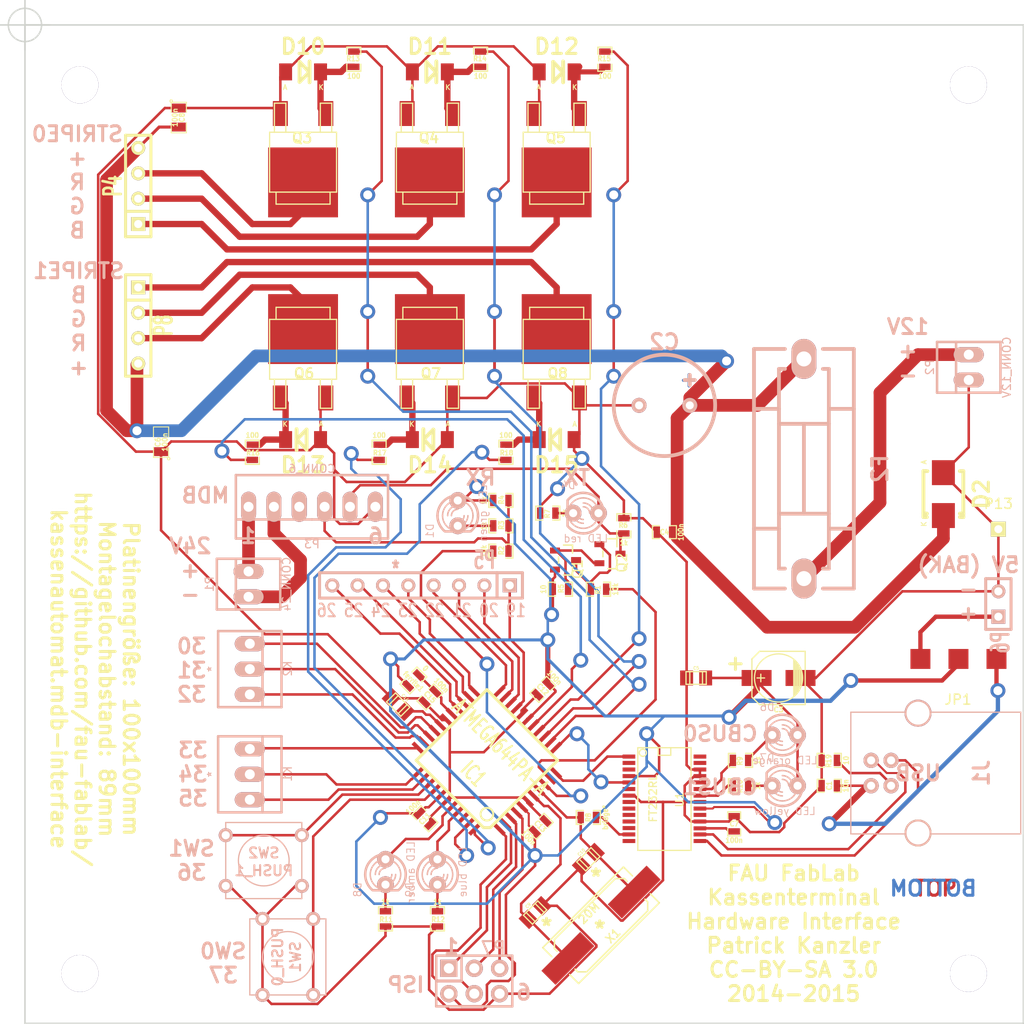
<source format=kicad_pcb>
(kicad_pcb (version 20171130) (host pcbnew "(5.1.12)-1")
  (title_block (title "MDB Interface") (date "So 18 Jan 2015") (rev r2) (company "FAU FabLab, Patrick Kanzler") (comment 1 "CC-BY-SA 3.0"))
  (layers (0 F.Cu signal) (31 B.Cu signal) (34 B.Paste user hide) (35 F.Paste user hide) (36 B.SilkS user hide) (37 F.SilkS user hide) (38 B.Mask user hide) (39 F.Mask user hide) (44 Edge.Cuts user))
  (net 0 "")
  (net 1 +5V)
  (net 2 GND)
  (net 3 +12V)
  (net 4 "Net-(C7-Pad1)")
  (net 5 "Net-(C9-Pad2)")
  (net 6 "Net-(C10-Pad1)")
  (net 7 "Net-(C14-Pad1)")
  (net 8 "Net-(C15-Pad1)")
  (net 9 /MDB_MT)
  (net 10 "Net-(D4-Pad2)")
  (net 11 "Net-(D6-Pad2)")
  (net 12 "Net-(D7-Pad2)")
  (net 13 "Net-(D8-Pad1)")
  (net 14 "Net-(D8-Pad2)")
  (net 15 "Net-(D9-Pad1)")
  (net 16 "Net-(D9-Pad2)")
  (net 17 "Net-(D10-Pad2)")
  (net 18 "Net-(D11-Pad2)")
  (net 19 "Net-(D12-Pad2)")
  (net 20 "Net-(D13-Pad2)")
  (net 21 "Net-(D14-Pad2)")
  (net 22 "Net-(D15-Pad2)")
  (net 23 "Net-(F2-Pad1)")
  (net 24 /PWM_0)
  (net 25 /PWM_1)
  (net 26 "Net-(IC1-Pad37)")
  (net 27 "Net-(IC1-Pad36)")
  (net 28 "Net-(IC1-Pad35)")
  (net 29 "Net-(IC1-Pad34)")
  (net 30 /PWM_4)
  (net 31 /PWM_5)
  (net 32 /PWM_2)
  (net 33 /PWM_3)
  (net 34 /AVR_to_PC)
  (net 35 "Net-(IC1-Pad19)")
  (net 36 "Net-(IC1-Pad20)")
  (net 37 "Net-(IC1-Pad21)")
  (net 38 "Net-(IC1-Pad22)")
  (net 39 "Net-(IC1-Pad26)")
  (net 40 /BusRX)
  (net 41 "Net-(IC1-Pad25)")
  (net 42 "Net-(IC1-Pad24)")
  (net 43 /BusTX)
  (net 44 /PC_to_AVR)
  (net 45 "Net-(IC1-Pad23)")
  (net 46 /RESET)
  (net 47 "Net-(IC1-Pad30)")
  (net 48 "Net-(IC1-Pad31)")
  (net 49 /SCK)
  (net 50 /MISO)
  (net 51 "Net-(IC1-Pad32)")
  (net 52 "Net-(IC1-Pad33)")
  (net 53 /MOSI)
  (net 54 "Net-(J1-Pad2)")
  (net 55 "Net-(J1-Pad3)")
  (net 56 "Net-(J1-Pad4)")
  (net 57 "Net-(P1-Pad1)")
  (net 58 "Net-(P1-Pad2)")
  (net 59 /MDB_MR)
  (net 60 /PWM0_BLUE)
  (net 61 /PWM0_GREEN)
  (net 62 /PWM0_RED)
  (net 63 /PWM1_BLUE)
  (net 64 /PWM1_GREEN)
  (net 65 /PWM1_RED)
  (net 66 "Net-(Q1-Pad3)")
  (net 67 /12MHz)
  (net 68 "Net-(R9-Pad2)")
  (net 69 "Net-(R10-Pad2)")
  (net 70 /VUSB)
  (net 71 "Net-(D1-Pad2)")
  (net 72 /VBAK)
  (net 73 "Net-(Q1-Pad1)")
  (module SMD_Packages:SM0603_Capa (layer F.Cu) (at 150.495 112.141 180)
    (fp_text reference C1 (at 0 0 270) (layer F.SilkS) (effects (font (size 0.508 0.4572) (thickness 0.1143))))
    (fp_text value 10n (at -1.651 0 270) (layer F.SilkS) (effects (font (size 0.508 0.4572) (thickness 0.1143))))
    (pad 1 smd rect (at -0.762 0 180) (size 0.635 1.143) (layers F.Cu F.Paste F.Mask) (net 70 /VUSB))
    (pad 2 smd rect (at 0.762 0 180) (size 0.635 1.143) (layers F.Cu F.Paste F.Mask) (net 2 GND))
  )
  (module Capacitors_Elko_ThroughHole:Elko_vert_DM10_RM5_CopperClear (layer B.Cu) (at 133.985 74.041 180)
    (fp_text reference C2 (at 0 6.35 180) (layer B.SilkS) (effects (font (size 1.524 1.524) (thickness 0.3048)) (justify mirror)))
    (fp_text value 470u hide)
    (pad 2 thru_hole circle (at 2.54 0 180) (size 1.50114 1.50114) (drill 0.8001) (layers *.Cu *.Mask B.SilkS) (net 2 GND))
    (pad 1 thru_hole circle (at -2.54 0 180) (size 1.50114 1.50114) (drill 0.8001) (layers *.Cu *.Mask B.SilkS) (net 3 +12V))
  )
  (module Capacitors_SMD:c_elec_5x5.8 (layer F.Cu) (at 145.415 101.346 180)
    (fp_text reference C3 (at 0 -3.175 180) (layer F.SilkS) (effects (font (size 0.50038 0.50038) (thickness 0.11938))))
    (fp_text value "* 47u 6,3V" hide)
    (pad 1 smd rect (at 2.19964 0 180) (size 2.99974 1.6002) (layers F.Cu F.Paste F.Mask) (net 1 +5V))
    (pad 2 smd rect (at -2.19964 0 180) (size 2.99974 1.6002) (layers F.Cu F.Paste F.Mask) (net 2 GND))
  )
  (module SMD_Packages:SM0603_Capa (layer F.Cu) (at 133.985 86.741 180)
    (fp_text reference C4 (at 0 0) (layer F.SilkS) (effects (font (size 0.508 0.4572) (thickness 0.1143))))
    (fp_text value 100n (at -1.651 0 270) (layer F.SilkS) (effects (font (size 0.508 0.4572) (thickness 0.1143))))
    (pad 1 smd rect (at -0.762 0 180) (size 0.635 1.143) (layers F.Cu F.Paste F.Mask) (net 3 +12V))
    (pad 2 smd rect (at 0.762 0 180) (size 0.635 1.143) (layers F.Cu F.Paste F.Mask) (net 2 GND))
  )
  (module Capacitors_SMD:c_0805 (layer F.Cu) (at 137.16 101.346)
    (fp_text reference C5 (at 0 -0.9906) (layer F.SilkS) (effects (font (size 0.29972 0.29972) (thickness 0.06096))))
    (fp_text value 1u hide)
    (pad 1 smd rect (at 0.9525 0) (size 1.30048 1.4986) (layers F.Cu F.Paste F.Mask) (net 1 +5V))
    (pad 2 smd rect (at -0.9525 0) (size 1.30048 1.4986) (layers F.Cu F.Paste F.Mask) (net 2 GND))
  )
  (module SMD_Packages:SM0603_Capa (layer F.Cu) (at 140.97 115.951 90)
    (fp_text reference C7 (at 0 0 180) (layer F.SilkS) (effects (font (size 0.508 0.4572) (thickness 0.1143))))
    (fp_text value 100n (at -1.651 0 180) (layer F.SilkS) (effects (font (size 0.508 0.4572) (thickness 0.1143))))
    (pad 1 smd rect (at -0.762 0 90) (size 0.635 1.143) (layers F.Cu F.Paste F.Mask) (net 4 "Net-(C7-Pad1)"))
    (pad 2 smd rect (at 0.762 0 90) (size 0.635 1.143) (layers F.Cu F.Paste F.Mask) (net 2 GND))
  )
  (module Capacitors_SMD:c_0805 (layer F.Cu) (at 121.031 124.841 45)
    (fp_text reference C9 (at 0 -0.9906 45) (layer F.SilkS) (effects (font (size 0.29972 0.29972) (thickness 0.06096))))
    (fp_text value 22p hide)
    (pad 1 smd rect (at 0.9525 0 45) (size 1.30048 1.4986) (layers F.Cu F.Paste F.Mask) (net 2 GND))
    (pad 2 smd rect (at -0.9525 0 45) (size 1.30048 1.4986) (layers F.Cu F.Paste F.Mask) (net 5 "Net-(C9-Pad2)"))
  )
  (module Capacitors_SMD:c_0805 (layer F.Cu) (at 126.365 119.507 45)
    (fp_text reference C10 (at 0 -0.9906 45) (layer F.SilkS) (effects (font (size 0.29972 0.29972) (thickness 0.06096))))
    (fp_text value 22p hide)
    (pad 1 smd rect (at 0.9525 0 45) (size 1.30048 1.4986) (layers F.Cu F.Paste F.Mask) (net 6 "Net-(C10-Pad1)"))
    (pad 2 smd rect (at -0.9525 0 45) (size 1.30048 1.4986) (layers F.Cu F.Paste F.Mask) (net 2 GND))
  )
  (module SMD_Packages:SM0603_Capa (layer F.Cu) (at 109.982 115.443 315)
    (fp_text reference C11 (at 0 0 45) (layer F.SilkS) (effects (font (size 0.508 0.4572) (thickness 0.1143))))
    (fp_text value 100n (at -1.651 0 45) (layer F.SilkS) (effects (font (size 0.508 0.4572) (thickness 0.1143))))
    (pad 1 smd rect (at -0.762 0 315) (size 0.635 1.143) (layers F.Cu F.Paste F.Mask) (net 1 +5V))
    (pad 2 smd rect (at 0.762 0 315) (size 0.635 1.143) (layers F.Cu F.Paste F.Mask) (net 2 GND))
  )
  (module SMD_Packages:SM0603_Capa (layer F.Cu) (at 121.793 102.489 225)
    (fp_text reference C12 (at 0 0 315) (layer F.SilkS) (effects (font (size 0.508 0.4572) (thickness 0.1143))))
    (fp_text value 100n (at -1.651 0 315) (layer F.SilkS) (effects (font (size 0.508 0.4572) (thickness 0.1143))))
    (pad 1 smd rect (at -0.762 0 225) (size 0.635 1.143) (layers F.Cu F.Paste F.Mask) (net 1 +5V))
    (pad 2 smd rect (at 0.762 0 225) (size 0.635 1.143) (layers F.Cu F.Paste F.Mask) (net 2 GND))
  )
  (module SMD_Packages:SM0603_Capa (layer F.Cu) (at 121.539 116.205 45)
    (fp_text reference C13 (at 0 0 135) (layer F.SilkS) (effects (font (size 0.508 0.4572) (thickness 0.1143))))
    (fp_text value 100n (at -1.651 0 135) (layer F.SilkS) (effects (font (size 0.508 0.4572) (thickness 0.1143))))
    (pad 1 smd rect (at -0.762 0 45) (size 0.635 1.143) (layers F.Cu F.Paste F.Mask) (net 1 +5V))
    (pad 2 smd rect (at 0.762 0 45) (size 0.635 1.143) (layers F.Cu F.Paste F.Mask) (net 2 GND))
  )
  (module Capacitors_SMD:c_0805 (layer F.Cu) (at 107.315 104.013 315)
    (fp_text reference C14 (at 0 -0.9906 315) (layer F.SilkS) (effects (font (size 0.29972 0.29972) (thickness 0.06096))))
    (fp_text value 1u hide)
    (pad 1 smd rect (at 0.9525 0 315) (size 1.30048 1.4986) (layers F.Cu F.Paste F.Mask) (net 7 "Net-(C14-Pad1)"))
    (pad 2 smd rect (at -0.9525 0 315) (size 1.30048 1.4986) (layers F.Cu F.Paste F.Mask) (net 2 GND))
  )
  (module SMD_Packages:SM0603_Capa (layer F.Cu) (at 110.49 103.251 225)
    (fp_text reference C15 (at 0 0 315) (layer F.SilkS) (effects (font (size 0.508 0.4572) (thickness 0.1143))))
    (fp_text value 100n (at -1.651 0 315) (layer F.SilkS) (effects (font (size 0.508 0.4572) (thickness 0.1143))))
    (pad 1 smd rect (at -0.762 0 225) (size 0.635 1.143) (layers F.Cu F.Paste F.Mask) (net 8 "Net-(C15-Pad1)"))
    (pad 2 smd rect (at 0.762 0 225) (size 0.635 1.143) (layers F.Cu F.Paste F.Mask) (net 2 GND))
  )
  (module Diodes_SMD:Diode-SMB_Standard (layer F.Cu) (at 161.925 82.931 270)
    (fp_text reference D2 (at 0 -3.81 270) (layer F.SilkS) (effects (font (size 1.524 1.524) (thickness 0.3048))))
    (fp_text value SM6T15A hide)
    (fp_text user A (at -3.2004 1.95072 270) (layer F.SilkS) (effects (font (size 0.50038 0.50038) (thickness 0.09906))))
    (fp_text user K (at 2.99974 1.95072 270) (layer F.SilkS) (effects (font (size 0.50038 0.50038) (thickness 0.09906))))
    (pad 1 smd rect (at -2.14884 0 270) (size 2.49936 2.30124) (layers F.Cu F.Paste F.Mask) (net 2 GND))
    (pad 2 smd rect (at 2.14884 0 270) (size 2.49936 2.30124) (layers F.Cu F.Paste F.Mask) (net 3 +12V))
  )
  (module Diodes_SMD:Diode-MiniMELF_Standard (layer F.Cu) (at 97.79 40.64)
    (fp_text reference D10 (at 0 -2.54) (layer F.SilkS) (effects (font (size 1.524 1.524) (thickness 0.3048))))
    (fp_text value ZD5.1 hide)
    (fp_text user A (at -1.80086 1.5494) (layer F.SilkS) (effects (font (size 0.50038 0.50038) (thickness 0.09906))))
    (fp_text user K (at 1.80086 1.5494) (layer F.SilkS) (effects (font (size 0.50038 0.50038) (thickness 0.09906))))
    (pad 1 smd rect (at -1.75006 0) (size 1.30048 1.69926) (layers F.Cu F.Paste F.Mask) (net 2 GND))
    (pad 2 smd rect (at 1.75006 0) (size 1.30048 1.69926) (layers F.Cu F.Paste F.Mask) (net 17 "Net-(D10-Pad2)"))
  )
  (module Diodes_SMD:Diode-MiniMELF_Standard (layer F.Cu) (at 110.49 40.64)
    (fp_text reference D11 (at 0 -2.54) (layer F.SilkS) (effects (font (size 1.524 1.524) (thickness 0.3048))))
    (fp_text value ZD5.1 hide)
    (fp_text user A (at -1.80086 1.5494) (layer F.SilkS) (effects (font (size 0.50038 0.50038) (thickness 0.09906))))
    (fp_text user K (at 1.80086 1.5494) (layer F.SilkS) (effects (font (size 0.50038 0.50038) (thickness 0.09906))))
    (pad 1 smd rect (at -1.75006 0) (size 1.30048 1.69926) (layers F.Cu F.Paste F.Mask) (net 2 GND))
    (pad 2 smd rect (at 1.75006 0) (size 1.30048 1.69926) (layers F.Cu F.Paste F.Mask) (net 18 "Net-(D11-Pad2)"))
  )
  (module Diodes_SMD:Diode-MiniMELF_Standard (layer F.Cu) (at 123.19 40.64)
    (fp_text reference D12 (at 0 -2.54) (layer F.SilkS) (effects (font (size 1.524 1.524) (thickness 0.3048))))
    (fp_text value ZD5.1 hide)
    (fp_text user A (at -1.80086 1.5494) (layer F.SilkS) (effects (font (size 0.50038 0.50038) (thickness 0.09906))))
    (fp_text user K (at 1.80086 1.5494) (layer F.SilkS) (effects (font (size 0.50038 0.50038) (thickness 0.09906))))
    (pad 1 smd rect (at -1.75006 0) (size 1.30048 1.69926) (layers F.Cu F.Paste F.Mask) (net 2 GND))
    (pad 2 smd rect (at 1.75006 0) (size 1.30048 1.69926) (layers F.Cu F.Paste F.Mask) (net 19 "Net-(D12-Pad2)"))
  )
  (module Diodes_SMD:Diode-MiniMELF_Standard (layer F.Cu) (at 97.79 77.47 180)
    (fp_text reference D13 (at 0 -2.54 180) (layer F.SilkS) (effects (font (size 1.524 1.524) (thickness 0.3048))))
    (fp_text value ZD5.1 hide)
    (fp_text user A (at -1.80086 1.5494 180) (layer F.SilkS) (effects (font (size 0.50038 0.50038) (thickness 0.09906))))
    (fp_text user K (at 1.80086 1.5494 180) (layer F.SilkS) (effects (font (size 0.50038 0.50038) (thickness 0.09906))))
    (pad 1 smd rect (at -1.75006 0 180) (size 1.30048 1.69926) (layers F.Cu F.Paste F.Mask) (net 2 GND))
    (pad 2 smd rect (at 1.75006 0 180) (size 1.30048 1.69926) (layers F.Cu F.Paste F.Mask) (net 20 "Net-(D13-Pad2)"))
  )
  (module Diodes_SMD:Diode-MiniMELF_Standard (layer F.Cu) (at 110.49 77.47 180)
    (fp_text reference D14 (at 0 -2.54 180) (layer F.SilkS) (effects (font (size 1.524 1.524) (thickness 0.3048))))
    (fp_text value ZD5.1 hide)
    (fp_text user A (at -1.80086 1.5494 180) (layer F.SilkS) (effects (font (size 0.50038 0.50038) (thickness 0.09906))))
    (fp_text user K (at 1.80086 1.5494 180) (layer F.SilkS) (effects (font (size 0.50038 0.50038) (thickness 0.09906))))
    (pad 1 smd rect (at -1.75006 0 180) (size 1.30048 1.69926) (layers F.Cu F.Paste F.Mask) (net 2 GND))
    (pad 2 smd rect (at 1.75006 0 180) (size 1.30048 1.69926) (layers F.Cu F.Paste F.Mask) (net 21 "Net-(D14-Pad2)"))
  )
  (module Diodes_SMD:Diode-MiniMELF_Standard (layer F.Cu) (at 123.19 77.47 180)
    (fp_text reference D15 (at 0 -2.54 180) (layer F.SilkS) (effects (font (size 1.524 1.524) (thickness 0.3048))))
    (fp_text value ZD5.1 hide)
    (fp_text user A (at -1.80086 1.5494 180) (layer F.SilkS) (effects (font (size 0.50038 0.50038) (thickness 0.09906))))
    (fp_text user K (at 1.80086 1.5494 180) (layer F.SilkS) (effects (font (size 0.50038 0.50038) (thickness 0.09906))))
    (pad 1 smd rect (at -1.75006 0 180) (size 1.30048 1.69926) (layers F.Cu F.Paste F.Mask) (net 2 GND))
    (pad 2 smd rect (at 1.75006 0 180) (size 1.30048 1.69926) (layers F.Cu F.Paste F.Mask) (net 22 "Net-(D15-Pad2)"))
  )
  (module Fuse_Holders_and_Fuses:Fuseholder5x20_horiz_SemiClosed_Casing10x25mm (layer B.Cu) (at 147.955 80.391 90)
    (fp_text reference F2 (at 0 7.62 90) (layer B.SilkS) (effects (font (size 1.524 1.524) (thickness 0.3048)) (justify mirror)))
    (fp_text value FUSE hide)
    (pad 2 thru_hole oval (at 11.00074 0 180) (size 2.49936 4.0005) (drill 1.50114) (layers *.Cu *.Mask B.SilkS) (net 3 +12V))
    (pad 1 thru_hole oval (at -11.00074 0 180) (size 2.49936 4.0005) (drill 1.50114) (layers *.Cu *.Mask B.SilkS) (net 23 "Net-(F2-Pad1)"))
  )
  (module SMD_Packages:SM0603_Resistor (layer F.Cu) (at 108.839 101.6 225)
    (fp_text reference ferrite1 (at 0.0635 -0.0635 315) (layer F.SilkS) (effects (font (size 0.50038 0.4572) (thickness 0.1143))))
    (fp_text value 0 (at -1.69926 0 315) (layer F.SilkS) (effects (font (size 0.508 0.4572) (thickness 0.1143))))
    (pad 1 smd rect (at -0.762 0 225) (size 0.635 1.143) (layers F.Cu F.Paste F.Mask) (net 8 "Net-(C15-Pad1)"))
    (pad 2 smd rect (at 0.762 0 225) (size 0.635 1.143) (layers F.Cu F.Paste F.Mask) (net 1 +5V))
  )
  (module SMD_Packages:TQFP44 (layer F.Cu) (at 116.205 109.601 135)
    (fp_text reference IC1 (at 0 -1.905 135) (layer F.SilkS) (effects (font (size 1.524 1.016) (thickness 0.2032))))
    (fp_text value ATMEGA644PA-A (at 0 1.905 135) (layer F.SilkS) (effects (font (size 1.524 1.016) (thickness 0.2032))))
    (pad 39 smd rect (at 0 -5.715 135) (size 0.4064 1.524) (layers F.Cu F.Paste F.Mask) (net 2 GND))
    (pad 40 smd rect (at -0.8001 -5.715 135) (size 0.4064 1.524) (layers F.Cu F.Paste F.Mask) (net 13 "Net-(D8-Pad1)"))
    (pad 41 smd rect (at -1.6002 -5.715 135) (size 0.4064 1.524) (layers F.Cu F.Paste F.Mask) (net 15 "Net-(D9-Pad1)"))
    (pad 42 smd rect (at -2.4003 -5.715 135) (size 0.4064 1.524) (layers F.Cu F.Paste F.Mask))
    (pad 43 smd rect (at -3.2004 -5.715 135) (size 0.4064 1.524) (layers F.Cu F.Paste F.Mask) (net 30 /PWM_4))
    (pad 44 smd rect (at -4.0005 -5.715 135) (size 0.4064 1.524) (layers F.Cu F.Paste F.Mask) (net 31 /PWM_5))
    (pad 38 smd rect (at 0.8001 -5.715 135) (size 0.4064 1.524) (layers F.Cu F.Paste F.Mask) (net 1 +5V))
    (pad 37 smd rect (at 1.6002 -5.715 135) (size 0.4064 1.524) (layers F.Cu F.Paste F.Mask) (net 26 "Net-(IC1-Pad37)"))
    (pad 36 smd rect (at 2.4003 -5.715 135) (size 0.4064 1.524) (layers F.Cu F.Paste F.Mask) (net 27 "Net-(IC1-Pad36)"))
    (pad 35 smd rect (at 3.2004 -5.715 135) (size 0.4064 1.524) (layers F.Cu F.Paste F.Mask) (net 28 "Net-(IC1-Pad35)"))
    (pad 34 smd rect (at 4.0005 -5.715 135) (size 0.4064 1.524) (layers F.Cu F.Paste F.Mask) (net 29 "Net-(IC1-Pad34)"))
    (pad 17 smd rect (at 0 5.715 135) (size 0.4064 1.524) (layers F.Cu F.Paste F.Mask) (net 1 +5V))
    (pad 16 smd rect (at -0.8001 5.715 135) (size 0.4064 1.524) (layers F.Cu F.Paste F.Mask) (net 33 /PWM_3))
    (pad 15 smd rect (at -1.6002 5.715 135) (size 0.4064 1.524) (layers F.Cu F.Paste F.Mask) (net 32 /PWM_2))
    (pad 14 smd rect (at -2.4003 5.715 135) (size 0.4064 1.524) (layers F.Cu F.Paste F.Mask) (net 25 /PWM_1))
    (pad 13 smd rect (at -3.2004 5.715 135) (size 0.4064 1.524) (layers F.Cu F.Paste F.Mask) (net 24 /PWM_0))
    (pad 12 smd rect (at -4.0005 5.715 135) (size 0.4064 1.524) (layers F.Cu F.Paste F.Mask) (net 34 /AVR_to_PC))
    (pad 18 smd rect (at 0.8001 5.715 135) (size 0.4064 1.524) (layers F.Cu F.Paste F.Mask) (net 2 GND))
    (pad 19 smd rect (at 1.6002 5.715 135) (size 0.4064 1.524) (layers F.Cu F.Paste F.Mask) (net 35 "Net-(IC1-Pad19)"))
    (pad 20 smd rect (at 2.4003 5.715 135) (size 0.4064 1.524) (layers F.Cu F.Paste F.Mask) (net 36 "Net-(IC1-Pad20)"))
    (pad 21 smd rect (at 3.2004 5.715 135) (size 0.4064 1.524) (layers F.Cu F.Paste F.Mask) (net 37 "Net-(IC1-Pad21)"))
    (pad 22 smd rect (at 4.0005 5.715 135) (size 0.4064 1.524) (layers F.Cu F.Paste F.Mask) (net 38 "Net-(IC1-Pad22)"))
    (pad 6 smd rect (at -5.715 0 135) (size 1.524 0.4064) (layers F.Cu F.Paste F.Mask) (net 2 GND))
    (pad 28 smd rect (at 5.715 0 135) (size 1.524 0.4064) (layers F.Cu F.Paste F.Mask) (net 2 GND))
    (pad 7 smd rect (at -5.715 0.8001 135) (size 1.524 0.4064) (layers F.Cu F.Paste F.Mask) (net 5 "Net-(C9-Pad2)"))
    (pad 27 smd rect (at 5.715 0.8001 135) (size 1.524 0.4064) (layers F.Cu F.Paste F.Mask) (net 8 "Net-(C15-Pad1)"))
    (pad 26 smd rect (at 5.715 1.6002 135) (size 1.524 0.4064) (layers F.Cu F.Paste F.Mask) (net 39 "Net-(IC1-Pad26)"))
    (pad 8 smd rect (at -5.715 1.6002 135) (size 1.524 0.4064) (layers F.Cu F.Paste F.Mask) (net 6 "Net-(C10-Pad1)"))
    (pad 9 smd rect (at -5.715 2.4003 135) (size 1.524 0.4064) (layers F.Cu F.Paste F.Mask) (net 40 /BusRX))
    (pad 25 smd rect (at 5.715 2.4003 135) (size 1.524 0.4064) (layers F.Cu F.Paste F.Mask) (net 41 "Net-(IC1-Pad25)"))
    (pad 24 smd rect (at 5.715 3.2004 135) (size 1.524 0.4064) (layers F.Cu F.Paste F.Mask) (net 42 "Net-(IC1-Pad24)"))
    (pad 10 smd rect (at -5.715 3.2004 135) (size 1.524 0.4064) (layers F.Cu F.Paste F.Mask) (net 43 /BusTX))
    (pad 11 smd rect (at -5.715 4.0005 135) (size 1.524 0.4064) (layers F.Cu F.Paste F.Mask) (net 44 /PC_to_AVR))
    (pad 23 smd rect (at 5.715 4.0005 135) (size 1.524 0.4064) (layers F.Cu F.Paste F.Mask) (net 45 "Net-(IC1-Pad23)"))
    (pad 29 smd rect (at 5.715 -0.8001 135) (size 1.524 0.4064) (layers F.Cu F.Paste F.Mask) (net 7 "Net-(C14-Pad1)"))
    (pad 5 smd rect (at -5.715 -0.8001 135) (size 1.524 0.4064) (layers F.Cu F.Paste F.Mask) (net 1 +5V))
    (pad 4 smd rect (at -5.715 -1.6002 135) (size 1.524 0.4064) (layers F.Cu F.Paste F.Mask) (net 46 /RESET))
    (pad 30 smd rect (at 5.715 -1.6002 135) (size 1.524 0.4064) (layers F.Cu F.Paste F.Mask) (net 47 "Net-(IC1-Pad30)"))
    (pad 31 smd rect (at 5.715 -2.4003 135) (size 1.524 0.4064) (layers F.Cu F.Paste F.Mask) (net 48 "Net-(IC1-Pad31)"))
    (pad 3 smd rect (at -5.715 -2.4003 135) (size 1.524 0.4064) (layers F.Cu F.Paste F.Mask) (net 49 /SCK))
    (pad 2 smd rect (at -5.715 -3.2004 135) (size 1.524 0.4064) (layers F.Cu F.Paste F.Mask) (net 50 /MISO))
    (pad 32 smd rect (at 5.715 -3.2004 135) (size 1.524 0.4064) (layers F.Cu F.Paste F.Mask) (net 51 "Net-(IC1-Pad32)"))
    (pad 33 smd rect (at 5.715 -4.0005 135) (size 1.524 0.4064) (layers F.Cu F.Paste F.Mask) (net 52 "Net-(IC1-Pad33)"))
    (pad 1 smd rect (at -5.715 -4.0005 135) (size 1.524 0.4064) (layers F.Cu F.Paste F.Mask) (net 53 /MOSI))
  )
  (module Connect:USB_B (layer B.Cu) (at 159.385 110.871 270)
    (fp_text reference J1 (at 0 -6.35 270) (layer B.SilkS) (effects (font (size 1.524 1.524) (thickness 0.3048)) (justify mirror)))
    (fp_text value USB (at 0 0 180) (layer B.SilkS) (effects (font (size 1.524 1.524) (thickness 0.3048)) (justify mirror)))
    (pad 1 thru_hole circle (at 1.27 4.699 270) (size 1.524 1.524) (drill 0.8128) (layers *.Cu *.Mask B.SilkS) (net 70 /VUSB))
    (pad 2 thru_hole circle (at -1.27 4.699 270) (size 1.524 1.524) (drill 0.8128) (layers *.Cu *.Mask B.SilkS) (net 54 "Net-(J1-Pad2)"))
    (pad 3 thru_hole circle (at -1.27 2.70002 270) (size 1.524 1.524) (drill 0.8128) (layers *.Cu *.Mask B.SilkS) (net 55 "Net-(J1-Pad3)"))
    (pad 4 thru_hole circle (at 1.27 2.70002 270) (size 1.524 1.524) (drill 0.8128) (layers *.Cu *.Mask B.SilkS) (net 56 "Net-(J1-Pad4)"))
    (pad 5 np_thru_hole circle (at 5.99948 0 270) (size 2.70002 2.70002) (drill 2.30124) (layers *.Cu *.SilkS *.Mask))
    (pad 6 thru_hole circle (at -5.99948 0 270) (size 2.70002 2.70002) (drill 2.30124) (layers *.Cu *.Mask B.SilkS))
  )
  (module Connect:PINHEAD1-3 (layer B.Cu) (at 92.456 110.998 90)
    (fp_text reference K1 (at 0.05 3.8 90) (layer B.SilkS) (effects (font (size 0.8 0.8) (thickness 0.12)) (justify mirror)))
    (fp_text value * (at 0 -3.81 90) (layer B.SilkS) (effects (font (size 0.8 0.8) (thickness 0.12)) (justify mirror)))
    (pad 1 thru_hole oval (at -2.54 0 90) (size 1.50622 3.01498) (drill 0.99822) (layers *.Cu *.Mask B.SilkS) (net 28 "Net-(IC1-Pad35)"))
    (pad 2 thru_hole oval (at 0 0 90) (size 1.50622 3.01498) (drill 0.99822) (layers *.Cu *.Mask B.SilkS) (net 29 "Net-(IC1-Pad34)"))
    (pad 3 thru_hole oval (at 2.54 0 90) (size 1.50622 3.01498) (drill 0.99822) (layers *.Cu *.Mask B.SilkS) (net 52 "Net-(IC1-Pad33)"))
  )
  (module Connect:PINHEAD1-3 (layer B.Cu) (at 92.456 100.457 90)
    (fp_text reference K2 (at 0.05 3.8 90) (layer B.SilkS) (effects (font (size 0.8 0.8) (thickness 0.12)) (justify mirror)))
    (fp_text value * (at 0 -3.81 90) (layer B.SilkS) (effects (font (size 0.8 0.8) (thickness 0.12)) (justify mirror)))
    (pad 1 thru_hole oval (at -2.54 0 90) (size 1.50622 3.01498) (drill 0.99822) (layers *.Cu *.Mask B.SilkS) (net 51 "Net-(IC1-Pad32)"))
    (pad 2 thru_hole oval (at 0 0 90) (size 1.50622 3.01498) (drill 0.99822) (layers *.Cu *.Mask B.SilkS) (net 48 "Net-(IC1-Pad31)"))
    (pad 3 thru_hole oval (at 2.54 0 90) (size 1.50622 3.01498) (drill 0.99822) (layers *.Cu *.Mask B.SilkS) (net 47 "Net-(IC1-Pad30)"))
  )
  (module Connect:PINHEAD1-2 (layer B.Cu) (at 92.329 91.948 270)
    (fp_text reference P1 (at 0 3.9 270) (layer B.SilkS) (effects (font (size 0.8 0.8) (thickness 0.12)) (justify mirror)))
    (fp_text value CONN_24 (at 0 -3.81 270) (layer B.SilkS) (effects (font (size 0.8 0.8) (thickness 0.12)) (justify mirror)))
    (pad 1 thru_hole oval (at -1.27 0 270) (size 1.50622 3.01498) (drill 0.99822) (layers *.Cu *.Mask B.SilkS) (net 57 "Net-(P1-Pad1)"))
    (pad 2 thru_hole oval (at 1.27 0 270) (size 1.50622 3.01498) (drill 0.99822) (layers *.Cu *.Mask B.SilkS) (net 58 "Net-(P1-Pad2)"))
  )
  (module Connect:PINHEAD1-2 (layer B.Cu) (at 164.465 70.231 270)
    (fp_text reference P2 (at 0 3.9 270) (layer B.SilkS) (effects (font (size 0.8 0.8) (thickness 0.12)) (justify mirror)))
    (fp_text value CONN_12V (at 0 -3.81 270) (layer B.SilkS) (effects (font (size 0.8 0.8) (thickness 0.12)) (justify mirror)))
    (pad 1 thru_hole oval (at -1.27 0 270) (size 1.50622 3.01498) (drill 0.99822) (layers *.Cu *.Mask B.SilkS) (net 23 "Net-(F2-Pad1)"))
    (pad 2 thru_hole oval (at 1.27 0 270) (size 1.50622 3.01498) (drill 0.99822) (layers *.Cu *.Mask B.SilkS) (net 2 GND))
  )
  (module Connect:PINHEAD1-6 (layer B.Cu) (at 98.679 84.201)
    (fp_text reference P3 (at 0 3.75) (layer B.SilkS) (effects (font (size 0.8 0.8) (thickness 0.12)) (justify mirror)))
    (fp_text value CONN_6 (at 0 -3.81) (layer B.SilkS) (effects (font (size 0.8 0.8) (thickness 0.12)) (justify mirror)))
    (pad 1 thru_hole oval (at -6.35 0) (size 1.50622 3.01498) (drill 0.99822) (layers *.Cu *.Mask B.SilkS) (net 57 "Net-(P1-Pad1)"))
    (pad 2 thru_hole oval (at -3.81 0) (size 1.50622 3.01498) (drill 0.99822) (layers *.Cu *.Mask B.SilkS) (net 58 "Net-(P1-Pad2)"))
    (pad 3 thru_hole oval (at -1.27 0) (size 1.50622 3.01498) (drill 0.99822) (layers *.Cu *.Mask B.SilkS))
    (pad 4 thru_hole oval (at 1.27 0) (size 1.50622 3.01498) (drill 0.99822) (layers *.Cu *.Mask B.SilkS) (net 59 /MDB_MR))
    (pad 5 thru_hole oval (at 3.81 0) (size 1.50622 3.01498) (drill 0.99822) (layers *.Cu *.Mask B.SilkS) (net 9 /MDB_MT))
    (pad 6 thru_hole oval (at 6.35 0) (size 1.50622 3.01498) (drill 0.99822) (layers *.Cu *.Mask B.SilkS) (net 2 GND))
  )
  (module Connect:SIL-4 (layer F.Cu) (at 81.28 52.07 90)
    (fp_text reference P4 (at 0 -2.54 90) (layer F.SilkS) (effects (font (size 1.73482 1.08712) (thickness 0.3048))))
    (fp_text value CONN_4 hide)
    (pad 1 thru_hole rect (at -3.81 0 90) (size 1.397 1.397) (drill 0.8128) (layers *.Cu *.Mask F.SilkS) (net 60 /PWM0_BLUE))
    (pad 2 thru_hole circle (at -1.27 0 90) (size 1.397 1.397) (drill 0.8128) (layers *.Cu *.Mask F.SilkS) (net 61 /PWM0_GREEN))
    (pad 3 thru_hole circle (at 1.27 0 90) (size 1.397 1.397) (drill 0.8128) (layers *.Cu *.Mask F.SilkS) (net 62 /PWM0_RED))
    (pad 4 thru_hole circle (at 3.81 0 90) (size 1.397 1.397) (drill 0.8128) (layers *.Cu *.Mask F.SilkS) (net 3 +12V))
  )
  (module Connect:SIL-8 (layer B.Cu) (at 109.601 92.075 180)
    (fp_text reference P5 (at -6.35 2.54 180) (layer B.SilkS) (effects (font (size 1.72974 1.08712) (thickness 0.3048)) (justify mirror)))
    (fp_text value * (at 2.54 1.651 180) (layer B.SilkS) (effects (font (size 1.524 1.016) (thickness 0.3048)) (justify mirror)))
    (pad 1 thru_hole rect (at -8.89 0 180) (size 1.397 1.397) (drill 0.8128) (layers *.Cu *.Mask B.SilkS) (net 35 "Net-(IC1-Pad19)"))
    (pad 2 thru_hole circle (at -6.35 0 180) (size 1.397 1.397) (drill 0.8128) (layers *.Cu *.Mask B.SilkS) (net 36 "Net-(IC1-Pad20)"))
    (pad 3 thru_hole circle (at -3.81 0 180) (size 1.397 1.397) (drill 0.8128) (layers *.Cu *.Mask B.SilkS) (net 37 "Net-(IC1-Pad21)"))
    (pad 4 thru_hole circle (at -1.27 0 180) (size 1.397 1.397) (drill 0.8128) (layers *.Cu *.Mask B.SilkS) (net 38 "Net-(IC1-Pad22)"))
    (pad 5 thru_hole circle (at 1.27 0 180) (size 1.397 1.397) (drill 0.8128) (layers *.Cu *.Mask B.SilkS) (net 45 "Net-(IC1-Pad23)"))
    (pad 6 thru_hole circle (at 3.81 0 180) (size 1.397 1.397) (drill 0.8128) (layers *.Cu *.Mask B.SilkS) (net 42 "Net-(IC1-Pad24)"))
    (pad 7 thru_hole circle (at 6.35 0 180) (size 1.397 1.397) (drill 0.8128) (layers *.Cu *.Mask B.SilkS) (net 41 "Net-(IC1-Pad25)"))
    (pad 8 thru_hole circle (at 8.89 0 180) (size 1.397 1.397) (drill 0.8128) (layers *.Cu *.Mask B.SilkS) (net 39 "Net-(IC1-Pad26)"))
  )
  (module Connect:SIL-2 (layer B.Cu) (at 167.434 93.94 90)
    (fp_text reference P6 (at -3.85 0.206 90) (layer B.SilkS) (effects (font (size 1.72974 1.08712) (thickness 0.3048)) (justify mirror)))
    (fp_text value * hide)
    (pad 1 thru_hole rect (at -1.27 0 90) (size 1.397 1.397) (drill 0.8128) (layers *.Cu *.Mask B.SilkS) (net 72 /VBAK))
    (pad 2 thru_hole circle (at 1.27 0 90) (size 1.397 1.397) (drill 0.8128) (layers *.Cu *.Mask B.SilkS) (net 2 GND))
  )
  (module Pin_Headers:Pin_Header_Straight_2x03 (layer B.Cu) (at 114.935 131.699)
    (fp_text reference P7 (at 1.905 -3.302) (layer B.SilkS) (effects (font (size 1.27 1.27) (thickness 0.2032)) (justify mirror)))
    (fp_text value CONN_6 hide)
    (pad 1 thru_hole rect (at -2.54 -1.27) (size 1.7272 1.7272) (drill 1.016) (layers *.Cu *.Mask B.SilkS) (net 50 /MISO))
    (pad 2 thru_hole oval (at -2.54 1.27) (size 1.7272 1.7272) (drill 1.016) (layers *.Cu *.Mask B.SilkS) (net 1 +5V))
    (pad 3 thru_hole oval (at 0 -1.27) (size 1.7272 1.7272) (drill 1.016) (layers *.Cu *.Mask B.SilkS) (net 49 /SCK))
    (pad 4 thru_hole oval (at 0 1.27) (size 1.7272 1.7272) (drill 1.016) (layers *.Cu *.Mask B.SilkS) (net 53 /MOSI))
    (pad 5 thru_hole oval (at 2.54 -1.27) (size 1.7272 1.7272) (drill 1.016) (layers *.Cu *.Mask B.SilkS) (net 46 /RESET))
    (pad 6 thru_hole oval (at 2.54 1.27) (size 1.7272 1.7272) (drill 1.016) (layers *.Cu *.Mask B.SilkS) (net 2 GND))
  )
  (module Connect:SIL-4 (layer F.Cu) (at 81.28 66.04 270)
    (fp_text reference P8 (at 0 -2.54 270) (layer F.SilkS) (effects (font (size 1.73482 1.08712) (thickness 0.3048))))
    (fp_text value CONN_4 hide)
    (pad 1 thru_hole rect (at -3.81 0 270) (size 1.397 1.397) (drill 0.8128) (layers *.Cu *.Mask F.SilkS) (net 63 /PWM1_BLUE))
    (pad 2 thru_hole circle (at -1.27 0 270) (size 1.397 1.397) (drill 0.8128) (layers *.Cu *.Mask F.SilkS) (net 64 /PWM1_GREEN))
    (pad 3 thru_hole circle (at 1.27 0 270) (size 1.397 1.397) (drill 0.8128) (layers *.Cu *.Mask F.SilkS) (net 65 /PWM1_RED))
    (pad 4 thru_hole circle (at 3.81 0 270) (size 1.397 1.397) (drill 0.8128) (layers *.Cu *.Mask F.SilkS) (net 3 +12V))
  )
  (module Mounting_Holes:MountingHole_3-7mm (layer F.Cu) (at 75.434 41.94)
    (fp_text reference P9 hide)
    (fp_text value CONN_1 hide)
    (pad 1 thru_hole circle (at 0 0) (size 3.70078 3.70078) (drill 3.70078) (layers *.Cu *.Mask))
  )
  (module Mounting_Holes:MountingHole_3-7mm (layer F.Cu) (at 164.434 41.94)
    (fp_text reference P10 hide)
    (fp_text value CONN_1 hide)
    (pad 1 thru_hole circle (at 0 0) (size 3.70078 3.70078) (drill 3.70078) (layers *.Cu *.Mask))
  )
  (module Mounting_Holes:MountingHole_3-7mm (layer F.Cu) (at 164.434 130.94)
    (fp_text reference P11 hide)
    (fp_text value CONN_1 hide)
    (pad 1 thru_hole circle (at 0 0) (size 3.70078 3.70078) (drill 3.70078) (layers *.Cu *.Mask))
  )
  (module Mounting_Holes:MountingHole_3-7mm (layer F.Cu) (at 75.434 130.94)
    (fp_text reference P12 hide)
    (fp_text value CONN_1 hide)
    (pad 1 thru_hole circle (at 0 0) (size 3.70078 3.70078) (drill 3.70078) (layers *.Cu *.Mask))
  )
  (module "Mainboard MOSFET:sot428" (layer F.Cu) (at 97.79 48.26 180)
    (fp_text reference Q3 (at 0.09906 1.00076 180) (layer F.SilkS) (effects (font (size 1.00076 1.00076) (thickness 0.20066))))
    (fp_text value MOSFET_N hide)
    (pad G smd rect (at -2.27584 3.44932 180) (size 1.50114 2.49936) (layers F.Cu F.Paste F.Mask) (net 17 "Net-(D10-Pad2)"))
    (pad S smd rect (at 2.27584 3.44932 180) (size 1.50114 2.49936) (layers F.Cu F.Paste F.Mask) (net 2 GND))
    (pad D smd rect (at 0 -3.44932 180) (size 7.00024 7.00024) (layers F.Cu F.Paste F.Mask) (net 62 /PWM0_RED))
  )
  (module "Mainboard MOSFET:sot428" (layer F.Cu) (at 110.49 48.26 180)
    (fp_text reference Q4 (at 0.09906 1.00076 180) (layer F.SilkS) (effects (font (size 1.00076 1.00076) (thickness 0.20066))))
    (fp_text value MOSFET_N hide)
    (pad G smd rect (at -2.27584 3.44932 180) (size 1.50114 2.49936) (layers F.Cu F.Paste F.Mask) (net 18 "Net-(D11-Pad2)"))
    (pad S smd rect (at 2.27584 3.44932 180) (size 1.50114 2.49936) (layers F.Cu F.Paste F.Mask) (net 2 GND))
    (pad D smd rect (at 0 -3.44932 180) (size 7.00024 7.00024) (layers F.Cu F.Paste F.Mask) (net 61 /PWM0_GREEN))
  )
  (module "Mainboard MOSFET:sot428" (layer F.Cu) (at 123.19 48.26 180)
    (fp_text reference Q5 (at 0.09906 1.00076 180) (layer F.SilkS) (effects (font (size 1.00076 1.00076) (thickness 0.20066))))
    (fp_text value MOSFET_N hide)
    (pad G smd rect (at -2.27584 3.44932 180) (size 1.50114 2.49936) (layers F.Cu F.Paste F.Mask) (net 19 "Net-(D12-Pad2)"))
    (pad S smd rect (at 2.27584 3.44932 180) (size 1.50114 2.49936) (layers F.Cu F.Paste F.Mask) (net 2 GND))
    (pad D smd rect (at 0 -3.44932 180) (size 7.00024 7.00024) (layers F.Cu F.Paste F.Mask) (net 60 /PWM0_BLUE))
  )
  (module "Mainboard MOSFET:sot428" (layer F.Cu) (at 97.79 69.85)
    (fp_text reference Q6 (at 0.09906 1.00076) (layer F.SilkS) (effects (font (size 1.00076 1.00076) (thickness 0.20066))))
    (fp_text value MOSFET_N hide)
    (pad G smd rect (at -2.27584 3.44932) (size 1.50114 2.49936) (layers F.Cu F.Paste F.Mask) (net 20 "Net-(D13-Pad2)"))
    (pad S smd rect (at 2.27584 3.44932) (size 1.50114 2.49936) (layers F.Cu F.Paste F.Mask) (net 2 GND))
    (pad D smd rect (at 0 -3.44932) (size 7.00024 7.00024) (layers F.Cu F.Paste F.Mask) (net 65 /PWM1_RED))
  )
  (module "Mainboard MOSFET:sot428" (layer F.Cu) (at 110.49 69.85)
    (fp_text reference Q7 (at 0.09906 1.00076) (layer F.SilkS) (effects (font (size 1.00076 1.00076) (thickness 0.20066))))
    (fp_text value MOSFET_N hide)
    (pad G smd rect (at -2.27584 3.44932) (size 1.50114 2.49936) (layers F.Cu F.Paste F.Mask) (net 21 "Net-(D14-Pad2)"))
    (pad S smd rect (at 2.27584 3.44932) (size 1.50114 2.49936) (layers F.Cu F.Paste F.Mask) (net 2 GND))
    (pad D smd rect (at 0 -3.44932) (size 7.00024 7.00024) (layers F.Cu F.Paste F.Mask) (net 64 /PWM1_GREEN))
  )
  (module "Mainboard MOSFET:sot428" (layer F.Cu) (at 123.19 69.85)
    (fp_text reference Q8 (at 0.09906 1.00076) (layer F.SilkS) (effects (font (size 1.00076 1.00076) (thickness 0.20066))))
    (fp_text value MOSFET_N hide)
    (pad G smd rect (at -2.27584 3.44932) (size 1.50114 2.49936) (layers F.Cu F.Paste F.Mask) (net 22 "Net-(D15-Pad2)"))
    (pad S smd rect (at 2.27584 3.44932) (size 1.50114 2.49936) (layers F.Cu F.Paste F.Mask) (net 2 GND))
    (pad D smd rect (at 0 -3.44932) (size 7.00024 7.00024) (layers F.Cu F.Paste F.Mask) (net 63 /PWM1_BLUE))
  )
  (module SMD_Packages:SM0603_Resistor (layer F.Cu) (at 127.381 92.456 180)
    (fp_text reference R1 (at 0.0635 -0.0635 270) (layer F.SilkS) (effects (font (size 0.50038 0.4572) (thickness 0.1143))))
    (fp_text value 10k (at -1.69926 0 270) (layer F.SilkS) (effects (font (size 0.508 0.4572) (thickness 0.1143))))
    (pad 1 smd rect (at -0.762 0 180) (size 0.635 1.143) (layers F.Cu F.Paste F.Mask) (net 43 /BusTX))
    (pad 2 smd rect (at 0.762 0 180) (size 0.635 1.143) (layers F.Cu F.Paste F.Mask) (net 66 "Net-(Q1-Pad3)"))
  )
  (module SMD_Packages:SM0603_Resistor (layer F.Cu) (at 117.602 88.646)
    (fp_text reference R2 (at 0.0635 -0.0635 90) (layer F.SilkS) (effects (font (size 0.50038 0.4572) (thickness 0.1143))))
    (fp_text value 10k (at -1.69926 0 90) (layer F.SilkS) (effects (font (size 0.508 0.4572) (thickness 0.1143))))
    (pad 1 smd rect (at -0.762 0) (size 0.635 1.143) (layers F.Cu F.Paste F.Mask) (net 40 /BusRX))
    (pad 2 smd rect (at 0.762 0) (size 0.635 1.143) (layers F.Cu F.Paste F.Mask) (net 59 /MDB_MR))
  )
  (module SMD_Packages:SM0603_Resistor (layer F.Cu) (at 117.602 86.106)
    (fp_text reference R3 (at 0.0635 -0.0635 90) (layer F.SilkS) (effects (font (size 0.50038 0.4572) (thickness 0.1143))))
    (fp_text value 1k (at -1.69926 0 90) (layer F.SilkS) (effects (font (size 0.508 0.4572) (thickness 0.1143))))
    (pad 1 smd rect (at -0.762 0) (size 0.635 1.143) (layers F.Cu F.Paste F.Mask) (net 71 "Net-(D1-Pad2)"))
    (pad 2 smd rect (at 0.762 0) (size 0.635 1.143) (layers F.Cu F.Paste F.Mask) (net 59 /MDB_MR))
  )
  (module SMD_Packages:SM0603_Resistor (layer F.Cu) (at 117.602 83.566)
    (fp_text reference R4 (at 0.0635 -0.0635 90) (layer F.SilkS) (effects (font (size 0.50038 0.4572) (thickness 0.1143))))
    (fp_text value 1k (at -1.69926 0 90) (layer F.SilkS) (effects (font (size 0.508 0.4572) (thickness 0.1143))))
    (pad 1 smd rect (at -0.762 0) (size 0.635 1.143) (layers F.Cu F.Paste F.Mask) (net 1 +5V))
    (pad 2 smd rect (at 0.762 0) (size 0.635 1.143) (layers F.Cu F.Paste F.Mask) (net 59 /MDB_MR))
  )
  (module SMD_Packages:SM0603_Resistor (layer F.Cu) (at 123.571 92.456)
    (fp_text reference R5 (at 0.0635 -0.0635 90) (layer F.SilkS) (effects (font (size 0.50038 0.4572) (thickness 0.1143))))
    (fp_text value 10 (at -1.69926 0 90) (layer F.SilkS) (effects (font (size 0.508 0.4572) (thickness 0.1143))))
    (pad 1 smd rect (at -0.762 0) (size 0.635 1.143) (layers F.Cu F.Paste F.Mask) (net 1 +5V))
    (pad 2 smd rect (at 0.762 0) (size 0.635 1.143) (layers F.Cu F.Paste F.Mask) (net 73 "Net-(Q1-Pad1)"))
  )
  (module SMD_Packages:SM0603_Resistor (layer F.Cu) (at 129.921 86.106 90)
    (fp_text reference R6 (at 0.0635 -0.0635 180) (layer F.SilkS) (effects (font (size 0.50038 0.4572) (thickness 0.1143))))
    (fp_text value 1k (at -1.69926 0 180) (layer F.SilkS) (effects (font (size 0.508 0.4572) (thickness 0.1143))))
    (pad 1 smd rect (at -0.762 0 90) (size 0.635 1.143) (layers F.Cu F.Paste F.Mask) (net 9 /MDB_MT))
    (pad 2 smd rect (at 0.762 0 90) (size 0.635 1.143) (layers F.Cu F.Paste F.Mask) (net 2 GND))
  )
  (module SMD_Packages:SM0603_Resistor (layer F.Cu) (at 122.301 84.836 180)
    (fp_text reference R7 (at 0.0635 -0.0635 270) (layer F.SilkS) (effects (font (size 0.50038 0.4572) (thickness 0.1143))))
    (fp_text value 1k (at -1.69926 0 270) (layer F.SilkS) (effects (font (size 0.508 0.4572) (thickness 0.1143))))
    (pad 1 smd rect (at -0.762 0 180) (size 0.635 1.143) (layers F.Cu F.Paste F.Mask) (net 10 "Net-(D4-Pad2)"))
    (pad 2 smd rect (at 0.762 0 180) (size 0.635 1.143) (layers F.Cu F.Paste F.Mask) (net 2 GND))
  )
  (module SMD_Packages:SM0603_Resistor (layer F.Cu) (at 126.365 115.316 180)
    (fp_text reference R8 (at 0 0 270) (layer F.SilkS) (effects (font (size 0.50038 0.4572) (thickness 0.1143))))
    (fp_text value bridge* (at -1.69926 0 270) (layer F.SilkS) (effects (font (size 0.508 0.4572) (thickness 0.1143))))
    (pad 1 smd rect (at -0.762 0 180) (size 0.635 1.143) (layers F.Cu F.Paste F.Mask) (net 67 /12MHz))
    (pad 2 smd rect (at 0.762 0 180) (size 0.635 1.143) (layers F.Cu F.Paste F.Mask) (net 6 "Net-(C10-Pad1)"))
  )
  (module SMD_Packages:SM0603_Resistor (layer F.Cu) (at 141.605 109.601 180)
    (fp_text reference R9 (at 0.0635 -0.0635 270) (layer F.SilkS) (effects (font (size 0.50038 0.4572) (thickness 0.1143))))
    (fp_text value 1k (at -1.69926 0 270) (layer F.SilkS) (effects (font (size 0.508 0.4572) (thickness 0.1143))))
    (pad 1 smd rect (at -0.762 0 180) (size 0.635 1.143) (layers F.Cu F.Paste F.Mask) (net 11 "Net-(D6-Pad2)"))
    (pad 2 smd rect (at 0.762 0 180) (size 0.635 1.143) (layers F.Cu F.Paste F.Mask) (net 68 "Net-(R9-Pad2)"))
  )
  (module SMD_Packages:SM0603_Resistor (layer F.Cu) (at 141.605 112.141 180)
    (fp_text reference R10 (at 0.0635 -0.0635 270) (layer F.SilkS) (effects (font (size 0.50038 0.4572) (thickness 0.1143))))
    (fp_text value 1k (at -1.69926 0 270) (layer F.SilkS) (effects (font (size 0.508 0.4572) (thickness 0.1143))))
    (pad 1 smd rect (at -0.762 0 180) (size 0.635 1.143) (layers F.Cu F.Paste F.Mask) (net 12 "Net-(D7-Pad2)"))
    (pad 2 smd rect (at 0.762 0 180) (size 0.635 1.143) (layers F.Cu F.Paste F.Mask) (net 69 "Net-(R10-Pad2)"))
  )
  (module SMD_Packages:SM0603_Resistor (layer F.Cu) (at 106.045 125.476 270)
    (fp_text reference R11 (at 0.0635 -0.0635) (layer F.SilkS) (effects (font (size 0.50038 0.4572) (thickness 0.1143))))
    (fp_text value 1k (at -1.69926 0) (layer F.SilkS) (effects (font (size 0.508 0.4572) (thickness 0.1143))))
    (pad 1 smd rect (at -0.762 0 270) (size 0.635 1.143) (layers F.Cu F.Paste F.Mask) (net 14 "Net-(D8-Pad2)"))
    (pad 2 smd rect (at 0.762 0 270) (size 0.635 1.143) (layers F.Cu F.Paste F.Mask) (net 2 GND))
  )
  (module SMD_Packages:SM0603_Resistor (layer F.Cu) (at 111.252 125.476 270)
    (fp_text reference R12 (at 0.0635 -0.0635) (layer F.SilkS) (effects (font (size 0.50038 0.4572) (thickness 0.1143))))
    (fp_text value 1k (at -1.69926 0) (layer F.SilkS) (effects (font (size 0.508 0.4572) (thickness 0.1143))))
    (pad 1 smd rect (at -0.762 0 270) (size 0.635 1.143) (layers F.Cu F.Paste F.Mask) (net 16 "Net-(D9-Pad2)"))
    (pad 2 smd rect (at 0.762 0 270) (size 0.635 1.143) (layers F.Cu F.Paste F.Mask) (net 2 GND))
  )
  (module SMD_Packages:SM0603_Resistor (layer F.Cu) (at 102.87 39.37 90)
    (fp_text reference R13 (at 0.0635 -0.0635 180) (layer F.SilkS) (effects (font (size 0.50038 0.4572) (thickness 0.1143))))
    (fp_text value 100 (at -1.69926 0 180) (layer F.SilkS) (effects (font (size 0.508 0.4572) (thickness 0.1143))))
    (pad 1 smd rect (at -0.762 0 90) (size 0.635 1.143) (layers F.Cu F.Paste F.Mask) (net 17 "Net-(D10-Pad2)"))
    (pad 2 smd rect (at 0.762 0 90) (size 0.635 1.143) (layers F.Cu F.Paste F.Mask) (net 24 /PWM_0))
  )
  (module SMD_Packages:SM0603_Resistor (layer F.Cu) (at 115.57 39.37 90)
    (fp_text reference R14 (at 0.0635 -0.0635 180) (layer F.SilkS) (effects (font (size 0.50038 0.4572) (thickness 0.1143))))
    (fp_text value 100 (at -1.69926 0 180) (layer F.SilkS) (effects (font (size 0.508 0.4572) (thickness 0.1143))))
    (pad 1 smd rect (at -0.762 0 90) (size 0.635 1.143) (layers F.Cu F.Paste F.Mask) (net 18 "Net-(D11-Pad2)"))
    (pad 2 smd rect (at 0.762 0 90) (size 0.635 1.143) (layers F.Cu F.Paste F.Mask) (net 25 /PWM_1))
  )
  (module SMD_Packages:SM0603_Resistor (layer F.Cu) (at 128.016 39.37 90)
    (fp_text reference R15 (at 0.0635 -0.0635 180) (layer F.SilkS) (effects (font (size 0.50038 0.4572) (thickness 0.1143))))
    (fp_text value 100 (at -1.69926 0 180) (layer F.SilkS) (effects (font (size 0.508 0.4572) (thickness 0.1143))))
    (pad 1 smd rect (at -0.762 0 90) (size 0.635 1.143) (layers F.Cu F.Paste F.Mask) (net 19 "Net-(D12-Pad2)"))
    (pad 2 smd rect (at 0.762 0 90) (size 0.635 1.143) (layers F.Cu F.Paste F.Mask) (net 32 /PWM_2))
  )
  (module SMD_Packages:SM0603_Resistor (layer F.Cu) (at 92.71 78.74 270)
    (fp_text reference R16 (at 0.0635 -0.0635) (layer F.SilkS) (effects (font (size 0.50038 0.4572) (thickness 0.1143))))
    (fp_text value 100 (at -1.69926 0) (layer F.SilkS) (effects (font (size 0.508 0.4572) (thickness 0.1143))))
    (pad 1 smd rect (at -0.762 0 270) (size 0.635 1.143) (layers F.Cu F.Paste F.Mask) (net 20 "Net-(D13-Pad2)"))
    (pad 2 smd rect (at 0.762 0 270) (size 0.635 1.143) (layers F.Cu F.Paste F.Mask) (net 33 /PWM_3))
  )
  (module SMD_Packages:SM0603_Resistor (layer F.Cu) (at 105.41 78.74 270)
    (fp_text reference R17 (at 0.0635 -0.0635) (layer F.SilkS) (effects (font (size 0.50038 0.4572) (thickness 0.1143))))
    (fp_text value 100 (at -1.69926 0) (layer F.SilkS) (effects (font (size 0.508 0.4572) (thickness 0.1143))))
    (pad 1 smd rect (at -0.762 0 270) (size 0.635 1.143) (layers F.Cu F.Paste F.Mask) (net 21 "Net-(D14-Pad2)"))
    (pad 2 smd rect (at 0.762 0 270) (size 0.635 1.143) (layers F.Cu F.Paste F.Mask) (net 30 /PWM_4))
  )
  (module SMD_Packages:SM0603_Resistor (layer F.Cu) (at 118.11 78.74 270)
    (fp_text reference R18 (at 0.0635 -0.0635) (layer F.SilkS) (effects (font (size 0.50038 0.4572) (thickness 0.1143))))
    (fp_text value 100 (at -1.69926 0) (layer F.SilkS) (effects (font (size 0.508 0.4572) (thickness 0.1143))))
    (pad 1 smd rect (at -0.762 0 270) (size 0.635 1.143) (layers F.Cu F.Paste F.Mask) (net 22 "Net-(D15-Pad2)"))
    (pad 2 smd rect (at 0.762 0 270) (size 0.635 1.143) (layers F.Cu F.Paste F.Mask) (net 31 /PWM_5))
  )
  (module SMD_Packages:SM0603_Resistor (layer F.Cu) (at 150.495 109.601 180)
    (fp_text reference R19 (at 0.0635 -0.0635 270) (layer F.SilkS) (effects (font (size 0.50038 0.4572) (thickness 0.1143))))
    (fp_text value 10 (at -1.69926 0 270) (layer F.SilkS) (effects (font (size 0.508 0.4572) (thickness 0.1143))))
    (pad 1 smd rect (at -0.762 0 180) (size 0.635 1.143) (layers F.Cu F.Paste F.Mask) (net 56 "Net-(J1-Pad4)"))
    (pad 2 smd rect (at 0.762 0 180) (size 0.635 1.143) (layers F.Cu F.Paste F.Mask) (net 2 GND))
  )
  (module Discret:SW_PUSH_SMALL (layer B.Cu) (at 96.266 129.286 90)
    (fp_text reference SW1 (at 0 0.762 90) (layer B.SilkS) (effects (font (size 1.016 1.016) (thickness 0.2032)) (justify mirror)))
    (fp_text value PUSH_0 (at 0 -1.016 90) (layer B.SilkS) (effects (font (size 1.016 1.016) (thickness 0.2032)) (justify mirror)))
    (pad 1 thru_hole circle (at 3.81 2.54 90) (size 1.397 1.397) (drill 0.8128) (layers *.Cu *.Mask B.SilkS) (net 26 "Net-(IC1-Pad37)"))
    (pad 2 thru_hole circle (at 3.81 -2.54 90) (size 1.397 1.397) (drill 0.8128) (layers *.Cu *.Mask B.SilkS) (net 2 GND))
    (pad 1 thru_hole circle (at -3.81 2.54 90) (size 1.397 1.397) (drill 0.8128) (layers *.Cu *.Mask B.SilkS) (net 26 "Net-(IC1-Pad37)"))
    (pad 2 thru_hole circle (at -3.81 -2.54 90) (size 1.397 1.397) (drill 0.8128) (layers *.Cu *.Mask B.SilkS) (net 2 GND))
  )
  (module Discret:SW_PUSH_SMALL (layer B.Cu) (at 93.853 119.634 180)
    (fp_text reference SW2 (at 0 0.762 180) (layer B.SilkS) (effects (font (size 1.016 1.016) (thickness 0.2032)) (justify mirror)))
    (fp_text value PUSH_1 (at 0 -1.016 180) (layer B.SilkS) (effects (font (size 1.016 1.016) (thickness 0.2032)) (justify mirror)))
    (pad 1 thru_hole circle (at 3.81 2.54 180) (size 1.397 1.397) (drill 0.8128) (layers *.Cu *.Mask B.SilkS) (net 27 "Net-(IC1-Pad36)"))
    (pad 2 thru_hole circle (at 3.81 -2.54 180) (size 1.397 1.397) (drill 0.8128) (layers *.Cu *.Mask B.SilkS) (net 2 GND))
    (pad 1 thru_hole circle (at -3.81 2.54 180) (size 1.397 1.397) (drill 0.8128) (layers *.Cu *.Mask B.SilkS) (net 27 "Net-(IC1-Pad36)"))
    (pad 2 thru_hole circle (at -3.81 -2.54 180) (size 1.397 1.397) (drill 0.8128) (layers *.Cu *.Mask B.SilkS) (net 2 GND))
  )
  (module SMD_Packages:SSOP28 (layer F.Cu) (at 133.985 113.411 270)
    (fp_text reference U1 (at 0.127 -1.524 270) (layer F.SilkS) (effects (font (size 0.762 0.762) (thickness 0.127))))
    (fp_text value FT232RL (at 0 1.143 270) (layer F.SilkS) (effects (font (size 0.762 0.762) (thickness 0.127))))
    (pad 1 smd rect (at -4.191 3.556 270) (size 0.4064 1.27) (layers F.Cu F.Paste F.Mask) (net 44 /PC_to_AVR))
    (pad 2 smd rect (at -3.556 3.556 270) (size 0.4064 1.27) (layers F.Cu F.Paste F.Mask))
    (pad 3 smd rect (at -2.8956 3.556 270) (size 0.4064 1.27) (layers F.Cu F.Paste F.Mask))
    (pad 4 smd rect (at -2.2352 3.556 270) (size 0.4064 1.27) (layers F.Cu F.Paste F.Mask) (net 1 +5V))
    (pad 5 smd rect (at -1.6002 3.556 270) (size 0.4064 1.27) (layers F.Cu F.Paste F.Mask) (net 34 /AVR_to_PC))
    (pad 6 smd rect (at -0.9398 3.556 270) (size 0.4064 1.27) (layers F.Cu F.Paste F.Mask))
    (pad 7 smd rect (at -0.2794 3.556 270) (size 0.4064 1.27) (layers F.Cu F.Paste F.Mask) (net 2 GND))
    (pad 8 smd rect (at 0.3556 3.556 270) (size 0.4064 1.27) (layers F.Cu F.Paste F.Mask))
    (pad 9 smd rect (at 1.016 3.556 270) (size 0.4064 1.27) (layers F.Cu F.Paste F.Mask))
    (pad 10 smd rect (at 1.651 3.556 270) (size 0.4064 1.27) (layers F.Cu F.Paste F.Mask))
    (pad 11 smd rect (at 2.3114 3.556 270) (size 0.4064 1.27) (layers F.Cu F.Paste F.Mask))
    (pad 12 smd rect (at 2.9718 3.556 270) (size 0.4064 1.27) (layers F.Cu F.Paste F.Mask))
    (pad 13 smd rect (at 3.6068 3.556 270) (size 0.4064 1.27) (layers F.Cu F.Paste F.Mask) (net 67 /12MHz))
    (pad 14 smd rect (at 4.2672 3.556 270) (size 0.4064 1.27) (layers F.Cu F.Paste F.Mask))
    (pad 15 smd rect (at 4.2672 -3.556 270) (size 0.4064 1.27) (layers F.Cu F.Paste F.Mask) (net 55 "Net-(J1-Pad3)"))
    (pad 16 smd rect (at 3.6068 -3.556 270) (size 0.4064 1.27) (layers F.Cu F.Paste F.Mask) (net 54 "Net-(J1-Pad2)"))
    (pad 17 smd rect (at 2.9972 -3.556 270) (size 0.4064 1.27) (layers F.Cu F.Paste F.Mask) (net 4 "Net-(C7-Pad1)"))
    (pad 18 smd rect (at 2.3114 -3.556 270) (size 0.4064 1.27) (layers F.Cu F.Paste F.Mask) (net 2 GND))
    (pad 19 smd rect (at 1.651 -3.556 270) (size 0.4064 1.27) (layers F.Cu F.Paste F.Mask))
    (pad 20 smd rect (at 1.016 -3.556 270) (size 0.4064 1.27) (layers F.Cu F.Paste F.Mask) (net 1 +5V))
    (pad 21 smd rect (at 0.3556 -3.556 270) (size 0.4064 1.27) (layers F.Cu F.Paste F.Mask) (net 2 GND))
    (pad 22 smd rect (at -0.2794 -3.556 270) (size 0.4064 1.27) (layers F.Cu F.Paste F.Mask) (net 69 "Net-(R10-Pad2)"))
    (pad 23 smd rect (at -0.9398 -3.556 270) (size 0.4064 1.27) (layers F.Cu F.Paste F.Mask) (net 68 "Net-(R9-Pad2)"))
    (pad 24 smd rect (at -1.6002 -3.556 270) (size 0.4064 1.27) (layers F.Cu F.Paste F.Mask))
    (pad 25 smd rect (at -2.2352 -3.556 270) (size 0.4064 1.27) (layers F.Cu F.Paste F.Mask) (net 2 GND))
    (pad 26 smd rect (at -2.8956 -3.556 270) (size 0.4064 1.27) (layers F.Cu F.Paste F.Mask) (net 2 GND))
    (pad 27 smd rect (at -3.556 -3.556 270) (size 0.4064 1.27) (layers F.Cu F.Paste F.Mask))
    (pad 28 smd rect (at -4.191 -3.556 270) (size 0.4064 1.27) (layers F.Cu F.Paste F.Mask))
  )
  (module Crystals_Oscillators_SMD:Q_49U3HMS (layer F.Cu) (at 127.635 126.111 225)
    (fp_text reference X1 (at -0.1 -1.6 225) (layer F.SilkS) (effects (font (size 0.8 0.8))))
    (fp_text value 20M (at 0 1.7 225) (layer F.SilkS) (effects (font (size 0.8 0.8))))
    (pad 1 smd rect (at -4.699 0 225) (size 5.4991 1.99898) (layers F.Cu F.Paste F.Mask) (net 6 "Net-(C10-Pad1)"))
    (pad 2 smd rect (at 4.699 0 225) (size 5.4991 1.99898) (layers F.Cu F.Paste F.Mask) (net 5 "Net-(C9-Pad2)"))
  )
  (module LEDs:LED-3MM (layer B.Cu) (at 113.284 84.836 270)
    (fp_text reference D1 (at 1.778 2.794 270) (layer B.SilkS) (effects (font (size 0.762 0.762) (thickness 0.0889)) (justify mirror)))
    (fp_text value "LED green" (at 0 -2.54 270) (layer B.SilkS) (effects (font (size 0.762 0.762) (thickness 0.0889)) (justify mirror)))
    (pad 1 thru_hole circle (at -1.27 0 270) (size 1.6764 1.6764) (drill 0.8128) (layers *.Cu *.Mask B.SilkS) (net 1 +5V))
    (pad 2 thru_hole circle (at 1.27 0 270) (size 1.6764 1.6764) (drill 0.8128) (layers *.Cu *.Mask B.SilkS) (net 71 "Net-(D1-Pad2)"))
  )
  (module LEDs:LED-3MM (layer B.Cu) (at 126.111 84.836 180)
    (fp_text reference D4 (at 1.778 2.794 180) (layer B.SilkS) (effects (font (size 0.762 0.762) (thickness 0.0889)) (justify mirror)))
    (fp_text value "LED red" (at 0 -2.54 180) (layer B.SilkS) (effects (font (size 0.762 0.762) (thickness 0.0889)) (justify mirror)))
    (pad 1 thru_hole circle (at -1.27 0 180) (size 1.6764 1.6764) (drill 0.8128) (layers *.Cu *.Mask B.SilkS) (net 9 /MDB_MT))
    (pad 2 thru_hole circle (at 1.27 0 180) (size 1.6764 1.6764) (drill 0.8128) (layers *.Cu *.Mask B.SilkS) (net 10 "Net-(D4-Pad2)"))
  )
  (module LEDs:LED-3MM (layer B.Cu) (at 146.05 107.061 180)
    (fp_text reference D6 (at 1.778 2.794 180) (layer B.SilkS) (effects (font (size 0.762 0.762) (thickness 0.0889)) (justify mirror)))
    (fp_text value "LED orange" (at 0 -2.54 180) (layer B.SilkS) (effects (font (size 0.762 0.762) (thickness 0.0889)) (justify mirror)))
    (pad 1 thru_hole circle (at -1.27 0 180) (size 1.6764 1.6764) (drill 0.8128) (layers *.Cu *.Mask B.SilkS) (net 1 +5V))
    (pad 2 thru_hole circle (at 1.27 0 180) (size 1.6764 1.6764) (drill 0.8128) (layers *.Cu *.Mask B.SilkS) (net 11 "Net-(D6-Pad2)"))
  )
  (module LEDs:LED-3MM (layer B.Cu) (at 146.05 112.141 180)
    (fp_text reference D7 (at 1.778 2.794 180) (layer B.SilkS) (effects (font (size 0.762 0.762) (thickness 0.0889)) (justify mirror)))
    (fp_text value "LED yellow" (at 0 -2.54 180) (layer B.SilkS) (effects (font (size 0.762 0.762) (thickness 0.0889)) (justify mirror)))
    (pad 1 thru_hole circle (at -1.27 0 180) (size 1.6764 1.6764) (drill 0.8128) (layers *.Cu *.Mask B.SilkS) (net 1 +5V))
    (pad 2 thru_hole circle (at 1.27 0 180) (size 1.6764 1.6764) (drill 0.8128) (layers *.Cu *.Mask B.SilkS) (net 12 "Net-(D7-Pad2)"))
  )
  (module LEDs:LED-3MM (layer B.Cu) (at 106.045 120.777 270)
    (fp_text reference D8 (at 1.778 2.794 270) (layer B.SilkS) (effects (font (size 0.762 0.762) (thickness 0.0889)) (justify mirror)))
    (fp_text value "LED amber" (at 0 -2.54 270) (layer B.SilkS) (effects (font (size 0.762 0.762) (thickness 0.0889)) (justify mirror)))
    (pad 1 thru_hole circle (at -1.27 0 270) (size 1.6764 1.6764) (drill 0.8128) (layers *.Cu *.Mask B.SilkS) (net 13 "Net-(D8-Pad1)"))
    (pad 2 thru_hole circle (at 1.27 0 270) (size 1.6764 1.6764) (drill 0.8128) (layers *.Cu *.Mask B.SilkS) (net 14 "Net-(D8-Pad2)"))
  )
  (module LEDs:LED-3MM (layer B.Cu) (at 111.252 120.777 270)
    (fp_text reference D9 (at 1.778 2.794 270) (layer B.SilkS) (effects (font (size 0.762 0.762) (thickness 0.0889)) (justify mirror)))
    (fp_text value "LED blue" (at 0 -2.54 270) (layer B.SilkS) (effects (font (size 0.762 0.762) (thickness 0.0889)) (justify mirror)))
    (pad 1 thru_hole circle (at -1.27 0 270) (size 1.6764 1.6764) (drill 0.8128) (layers *.Cu *.Mask B.SilkS) (net 15 "Net-(D9-Pad1)"))
    (pad 2 thru_hole circle (at 1.27 0 270) (size 1.6764 1.6764) (drill 0.8128) (layers *.Cu *.Mask B.SilkS) (net 16 "Net-(D9-Pad2)"))
  )
  (module SMD_Packages:SM0805 (layer F.Cu) (at 83.566 77.724 90)
    (fp_text reference C6 (at 0 -0.3175 90) (layer F.SilkS) (effects (font (size 0.50038 0.50038) (thickness 0.10922))))
    (fp_text value 100n (at 0 0.381 90) (layer F.SilkS) (effects (font (size 0.50038 0.50038) (thickness 0.10922))))
    (pad 1 smd rect (at -0.9525 0 90) (size 0.889 1.397) (layers F.Cu F.Paste F.Mask) (net 2 GND))
    (pad 2 smd rect (at 0.9525 0 90) (size 0.889 1.397) (layers F.Cu F.Paste F.Mask) (net 3 +12V))
  )
  (module SMD_Packages:SM0805 (layer F.Cu) (at 85.344 45.212 270)
    (fp_text reference C8 (at 0 -0.3175 270) (layer F.SilkS) (effects (font (size 0.50038 0.50038) (thickness 0.10922))))
    (fp_text value 100n (at 0 0.381 270) (layer F.SilkS) (effects (font (size 0.50038 0.50038) (thickness 0.10922))))
    (pad 1 smd rect (at -0.9525 0 270) (size 0.889 1.397) (layers F.Cu F.Paste F.Mask) (net 2 GND))
    (pad 2 smd rect (at 0.9525 0 270) (size 0.889 1.397) (layers F.Cu F.Paste F.Mask) (net 3 +12V))
  )
  (module Oddities:NetTie-II_SMD (layer F.Cu) (at 163.434 99.44)
    (fp_text reference JP1 (at -0.04064 4.06908) (layer F.SilkS))
    (fp_text value JUMPER3 hide)
    (pad 1 smd rect (at -3.81 0) (size 1.99898 1.99898) (layers F.Cu F.Paste F.Mask) (net 72 /VBAK))
    (pad 2 smd rect (at 0 0) (size 1.99898 1.99898) (layers F.Cu F.Paste F.Mask) (net 1 +5V))
    (pad 3 smd rect (at 3.81 0) (size 1.99898 1.99898) (layers F.Cu F.Paste F.Mask) (net 70 /VUSB))
  )
  (module Measurement_Points:Measurement_Point_Square-TH_Small (layer F.Cu) (at 167.434 86.44)
    (fp_text reference P13 (at 0 -2.54) (layer F.SilkS))
    (fp_text value CONN_01X01 hide)
    (pad 1 thru_hole rect (at 0 0) (size 1.50114 1.50114) (drill 0.8001) (layers *.Cu *.Mask F.SilkS) (net 2 GND))
  )
  (module Transistors_SMD:sot23 (layer F.Cu) (at 124.079 89.535 270)
    (fp_text reference Q1 (at 0.9 -1.2 270) (layer F.SilkS))
    (fp_text value BCW67 hide)
    (pad 1 smd rect (at -0.9525 1.05664 270) (size 0.59944 1.00076) (layers F.Cu F.Paste F.Mask) (net 73 "Net-(Q1-Pad1)"))
    (pad 3 smd rect (at 0 -1.05664 270) (size 0.59944 1.00076) (layers F.Cu F.Paste F.Mask) (net 66 "Net-(Q1-Pad3)"))
    (pad 2 smd rect (at 0.9525 1.05664 270) (size 0.59944 1.00076) (layers F.Cu F.Paste F.Mask) (net 1 +5V))
  )
  (module Transistors_SMD:sot23 (layer F.Cu) (at 128.524 88.9 270)
    (fp_text reference Q2 (at 0.9 -1.2 270) (layer F.SilkS))
    (fp_text value BCW67 hide)
    (pad 1 smd rect (at -0.9525 1.05664 270) (size 0.59944 1.00076) (layers F.Cu F.Paste F.Mask) (net 66 "Net-(Q1-Pad3)"))
    (pad 3 smd rect (at 0 -1.05664 270) (size 0.59944 1.00076) (layers F.Cu F.Paste F.Mask) (net 9 /MDB_MT))
    (pad 2 smd rect (at 0.9525 1.05664 270) (size 0.59944 1.00076) (layers F.Cu F.Paste F.Mask) (net 73 "Net-(Q1-Pad1)"))
  )
  (gr_text BOTTOM (at 160.909 122.428) (layer B.Cu) (effects (font (size 1.5 1.5) (thickness 0.3)) (justify mirror)))
  (gr_text TOP (at 161.163 122.428) (layer F.Cu) (effects (font (size 1.5 1.5) (thickness 0.3))))
  (gr_text "Platinengröße: 100x100mm\nMontagelochabstand: 89mm\nhttps://github.com/fau-fablab/\nkassenautomat.mdb-interface" (at 76.934 101.44 270) (layer F.SilkS) (effects (font (size 1.5 1.5) (thickness 0.3))))
  (gr_text 6 (at 105.0544 87.122) (layer B.SilkS) (effects (font (size 1.5 1.5) (thickness 0.3)) (justify mirror)))
  (gr_text 1 (at 92.3036 87.122) (layer B.SilkS) (effects (font (size 1.5 1.5) (thickness 0.3)) (justify mirror)))
  (gr_text "19 20 21 22 23 24 25 26" (at 109.6264 94.5896) (layer B.SilkS) (effects (font (size 1.27 1.016) (thickness 0.1905)) (justify mirror)))
  (gr_text 6 (at 119.888 132.842) (layer B.SilkS) (effects (font (size 1.5 1.5) (thickness 0.3)) (justify mirror)))
  (gr_text 1 (at 112.649 128.27) (layer B.SilkS) (effects (font (size 1.5 1.5) (thickness 0.3)) (justify mirror)))
  (gr_text + (at 136.4488 71.4248) (layer B.Cu) (effects (font (size 1.5 1.5) (thickness 0.3)) (justify mirror)))
  (gr_text + (at 141.097 99.822) (layer F.SilkS) (effects (font (size 1.5 1.5) (thickness 0.3))))
  (gr_text * (at 127.508 126.492) (layer F.SilkS) (effects (font (size 1.5 1.5) (thickness 0.3))))
  (gr_text * (at 122.174 126.238) (layer F.SilkS) (effects (font (size 1.5 1.5) (thickness 0.3))))
  (gr_text * (at 127.127 121.285) (layer F.SilkS) (effects (font (size 1.5 1.5) (thickness 0.3))))
  (gr_text CBUS1 (at 139.573 112.268) (layer B.SilkS) (effects (font (size 1.5 1.5) (thickness 0.3)) (justify mirror)))
  (gr_text CBUS0 (at 139.573 106.934) (layer B.SilkS) (effects (font (size 1.5 1.5) (thickness 0.3)) (justify mirror)))
  (gr_text RX (at 115.57 81.28) (layer B.SilkS) (effects (font (size 1.5 1.5) (thickness 0.3)) (justify mirror)))
  (gr_text TX (at 125.222 81.28) (layer B.SilkS) (effects (font (size 1.5 1.5) (thickness 0.3)) (justify mirror)))
  (gr_text "SW0\n37\n" (at 89.789 129.921) (layer B.SilkS) (effects (font (size 1.5 1.5) (thickness 0.3)) (justify mirror)))
  (gr_text "SW1\n36" (at 86.614 119.634) (layer B.SilkS) (effects (font (size 1.5 1.5) (thickness 0.3)) (justify mirror)))
  (gr_text "33\n34\n35" (at 86.741 110.998) (layer B.SilkS) (effects (font (size 1.5 1.5) (thickness 0.3)) (justify mirror)))
  (gr_text "30\n31\n32" (at 86.614 100.584) (layer B.SilkS) (effects (font (size 1.5 1.5) (thickness 0.3)) (justify mirror)))
  (gr_text "STRIPE1\nB\nG\nR\n+" (at 75.311 65.405) (layer B.SilkS) (effects (font (size 1.5 1.5) (thickness 0.3)) (justify mirror)))
  (gr_text "STRIPE0\n+\nR\nG\nB" (at 75.184 51.689) (layer B.SilkS) (effects (font (size 1.5 1.5) (thickness 0.3)) (justify mirror)))
  (gr_text MDB (at 88.011 83.058) (layer B.SilkS) (effects (font (size 1.5 1.5) (thickness 0.3)) (justify mirror)))
  (gr_text "24V\n+\n-" (at 86.487 90.551) (layer B.SilkS) (effects (font (size 1.5 1.5) (thickness 0.3)) (justify mirror)))
  (gr_text ISP (at 108.077 132.08) (layer B.SilkS) (effects (font (size 1.5 1.5) (thickness 0.3)) (justify mirror)))
  (gr_text "5V (BAK)\n-\n+" (at 164.434 92.44) (layer B.SilkS) (effects (font (size 1.5 1.5) (thickness 0.3)) (justify mirror)))
  (gr_text "12V\n+\n-" (at 158.369 68.58) (layer B.SilkS) (effects (font (size 1.5 1.5) (thickness 0.3)) (justify mirror)))
  (gr_text "FAU FabLab\nKassenterminal\nHardware Interface\nPatrick Kanzler\nCC-BY-SA 3.0\n2014-2015" (at 146.934 126.94) (layer F.SilkS) (effects (font (size 1.5 1.5) (thickness 0.3))))
  (target plus (at 69.934 35.94) (size 5) (width 0.15) (layer Edge.Cuts))
  (gr_line (start 169.934 35.94) (end 69.934 35.94) (angle 90) (layer Edge.Cuts) (width 0.15))
  (gr_line (start 169.934 135.94) (end 169.934 35.94) (angle 90) (layer Edge.Cuts) (width 0.15))
  (gr_line (start 69.934 135.94) (end 169.934 135.94) (angle 90) (layer Edge.Cuts) (width 0.15))
  (gr_line (start 69.934 35.94) (end 69.934 135.94) (angle 90) (layer Edge.Cuts) (width 0.15))
  (via (at 125.71222 79.35976) (size 1.5) (drill 0.9) (layers F.Cu B.Cu) (net 2))
  (via (at 123.2789 82.39252) (size 1.5) (drill 0.9) (layers F.Cu B.Cu) (net 2))
  (segment (start 109.443185 114.904185) (end 105.948815 114.904185) (width 0.254) (layer F.Cu) (net 1))
  (segment (start 116.205 123.952) (end 121.031 119.126) (width 0.254) (layer B.Cu) (net 1))
  (segment (start 104.902 123.952) (end 116.205 123.952) (width 0.254) (layer B.Cu) (net 1))
  (segment (start 103.124 122.174) (end 104.902 123.952) (width 0.254) (layer B.Cu) (net 1))
  (segment (start 103.124 117.729) (end 103.124 122.174) (width 0.254) (layer B.Cu) (net 1))
  (segment (start 105.537 115.316) (end 103.124 117.729) (width 0.254) (layer B.Cu) (net 1))
  (segment (start 105.948815 114.904185) (end 105.537 115.316) (width 0.254) (layer F.Cu) (net 1))
  (segment (start 111.598129 113.076359) (end 111.586641 113.076359) (width 0.254) (layer F.Cu) (net 1))
  (segment (start 111.586641 113.076359) (end 110.363 114.3) (width 0.254) (layer F.Cu) (net 1))
  (segment (start 110.04737 114.3) (end 109.443185 114.904185) (width 0.254) (layer F.Cu) (net 1))
  (segment (start 110.363 114.3) (end 110.04737 114.3) (width 0.254) (layer F.Cu) (net 1))
  (segment (start 108.300185 102.138815) (end 107.315 101.15363) (width 0.254) (layer F.Cu) (net 1))
  (segment (start 107.315 100.203) (end 107.315 101.15363) (width 0.254) (layer F.Cu) (net 1))
  (segment (start 107.315 100.203) (end 106.553 99.441) (width 0.254) (layer F.Cu) (net 1))
  (segment (start 122.331815 101.950185) (end 122.397185 101.950185) (width 0.254) (layer F.Cu) (net 1))
  (segment (start 122.397185 101.950185) (end 123.063 102.616) (width 0.254) (layer F.Cu) (net 1))
  (segment (start 123.063 102.743) (end 120.246115 105.559885) (width 0.254) (layer F.Cu) (net 1))
  (segment (start 123.063 102.616) (end 123.063 102.743) (width 0.254) (layer F.Cu) (net 1))
  (segment (start 120.246115 105.432885) (end 120.246115 105.559885) (width 0.2032) (layer F.Cu) (net 1))
  (segment (start 121.031 119.126) (end 121.031 116.77463) (width 0.2032) (layer F.Cu) (net 1))
  (segment (start 121.031 116.77463) (end 121.000185 116.743815) (width 0.2032) (layer F.Cu) (net 1))
  (segment (start 119.680359 114.207871) (end 119.680359 114.219359) (width 0.2032) (layer F.Cu) (net 1))
  (segment (start 119.680359 114.219359) (end 120.396 114.935) (width 0.2032) (layer F.Cu) (net 1))
  (segment (start 120.396 116.13963) (end 121.000185 116.743815) (width 0.2032) (layer F.Cu) (net 1))
  (segment (start 120.396 114.935) (end 120.396 116.13963) (width 0.2032) (layer F.Cu) (net 1))
  (segment (start 121.031 119.126) (end 123.317 119.126) (width 0.254) (layer B.Cu) (net 1))
  (segment (start 123.317 119.126) (end 132.207 110.236) (width 0.254) (layer B.Cu) (net 1))
  (segment (start 132.207 110.236) (end 132.207 106.934) (width 0.254) (layer B.Cu) (net 1))
  (segment (start 122.555 95.123) (end 122.555 91.44) (width 0.254) (layer B.Cu) (net 1))
  (segment (start 115.189 82.169) (end 113.792 83.566) (width 0.254) (layer F.Cu) (net 1))
  (segment (start 118.999 85.979) (end 115.189 82.169) (width 0.254) (layer B.Cu) (net 1))
  (segment (start 118.999 87.884) (end 118.999 85.979) (width 0.254) (layer B.Cu) (net 1))
  (segment (start 122.555 91.44) (end 118.999 87.884) (width 0.254) (layer B.Cu) (net 1))
  (segment (start 113.792 83.566) (end 113.284 83.566) (width 0.254) (layer F.Cu) (net 1))
  (segment (start 116.84 83.566) (end 113.284 83.566) (width 0.254) (layer F.Cu) (net 1))
  (segment (start 123.02236 90.4875) (end 123.02236 91.22664) (width 0.254) (layer F.Cu) (net 1))
  (segment (start 122.809 91.44) (end 122.809 92.456) (width 0.254) (layer F.Cu) (net 1))
  (segment (start 123.02236 91.22664) (end 122.809 91.44) (width 0.254) (layer F.Cu) (net 1))
  (segment (start 121.031 119.126) (end 121.031 119.126) (width 0.3048) (layer B.Cu) (net 1))
  (segment (start 132.207 106.934) (end 133.985 105.156) (width 0.254) (layer B.Cu) (net 1))
  (segment (start 130.429 111.1758) (end 133.019798 111.1758) (width 0.254) (layer F.Cu) (net 1))
  (segment (start 133.451598 108.178598) (end 132.207 106.934) (width 0.254) (layer F.Cu) (net 1))
  (segment (start 133.451598 110.744) (end 133.451598 108.178598) (width 0.254) (layer F.Cu) (net 1))
  (segment (start 133.019798 111.1758) (end 133.451598 110.744) (width 0.254) (layer F.Cu) (net 1))
  (segment (start 122.301 97.536) (end 122.301 99.441) (width 0.3048) (layer B.Cu) (net 1))
  (segment (start 140.335 105.156) (end 140.462 105.283) (width 0.3048) (layer B.Cu) (net 1))
  (segment (start 128.016 105.156) (end 133.985 105.156) (width 0.3048) (layer B.Cu) (net 1))
  (segment (start 133.985 105.156) (end 140.335 105.156) (width 0.3048) (layer B.Cu) (net 1))
  (segment (start 122.301 99.441) (end 128.016 105.156) (width 0.3048) (layer B.Cu) (net 1))
  (segment (start 106.553 99.441) (end 107.95 99.441) (width 0.3048) (layer B.Cu) (net 1))
  (segment (start 109.855 97.536) (end 122.301 97.536) (width 0.3048) (layer B.Cu) (net 1))
  (segment (start 107.95 99.441) (end 109.855 97.536) (width 0.3048) (layer B.Cu) (net 1))
  (segment (start 106.553 99.441) (end 106.553 104.648) (width 0.3048) (layer B.Cu) (net 1))
  (segment (start 106.553 104.648) (end 121.031 119.126) (width 0.3048) (layer B.Cu) (net 1))
  (segment (start 122.301 97.536) (end 122.301 95.377) (width 0.254) (layer B.Cu) (net 1))
  (segment (start 122.301 95.377) (end 122.555 95.123) (width 0.254) (layer B.Cu) (net 1))
  (segment (start 122.555 95.123) (end 122.682 94.996) (width 0.254) (layer B.Cu) (net 1))
  (segment (start 122.682 94.996) (end 122.809 94.869) (width 0.254) (layer F.Cu) (net 1))
  (segment (start 122.809 94.869) (end 122.809 92.456) (width 0.254) (layer F.Cu) (net 1))
  (segment (start 121.031 119.126) (end 121.031 120.142) (width 0.254) (layer F.Cu) (net 1))
  (segment (start 121.031 120.142) (end 118.11 123.063) (width 0.254) (layer F.Cu) (net 1))
  (segment (start 118.11 123.063) (end 118.11 129.032) (width 0.254) (layer F.Cu) (net 1))
  (segment (start 118.11 129.032) (end 118.999 129.921) (width 0.254) (layer F.Cu) (net 1))
  (segment (start 118.999 129.921) (end 118.999 131.064) (width 0.254) (layer F.Cu) (net 1))
  (segment (start 118.999 131.064) (end 118.364 131.699) (width 0.254) (layer F.Cu) (net 1))
  (segment (start 118.364 131.699) (end 116.586 131.699) (width 0.254) (layer F.Cu) (net 1))
  (segment (start 116.586 131.699) (end 116.205 132.08) (width 0.254) (layer F.Cu) (net 1))
  (segment (start 116.205 132.08) (end 116.205 133.730998) (width 0.254) (layer F.Cu) (net 1))
  (segment (start 116.205 133.730998) (end 115.697 134.238998) (width 0.254) (layer F.Cu) (net 1))
  (segment (start 115.697 134.238998) (end 113.664998 134.238998) (width 0.254) (layer F.Cu) (net 1))
  (segment (start 113.664998 134.238998) (end 112.395 132.969) (width 0.254) (layer F.Cu) (net 1))
  (segment (start 121.000185 116.743815) (end 121.000185 119.095185) (width 0.254) (layer F.Cu) (net 1))
  (segment (start 121.000185 119.095185) (end 121.031 119.126) (width 0.254) (layer F.Cu) (net 1))
  (segment (start 122.301 101.91937) (end 122.301 97.536) (width 0.508) (layer F.Cu) (net 1))
  (segment (start 122.301 101.91937) (end 122.331815 101.950185) (width 0.508) (layer F.Cu) (net 1))
  (segment (start 122.6185 92.2655) (end 122.809 92.456) (width 0.254) (layer F.Cu) (net 1))
  (segment (start 119.680359 114.207871) (end 119.680359 114.346359) (width 0.254) (layer F.Cu) (net 1))
  (segment (start 143.21536 101.346) (end 143.21536 101.68636) (width 0.254) (layer F.Cu) (net 1))
  (segment (start 143.21536 101.68636) (end 147.32 105.791) (width 0.254) (layer F.Cu) (net 1))
  (segment (start 147.32 105.791) (end 147.32 107.061) (width 0.254) (layer F.Cu) (net 1))
  (segment (start 147.32 112.141) (end 147.32 107.061) (width 0.254) (layer F.Cu) (net 1))
  (segment (start 143.21536 101.346) (end 138.1125 101.346) (width 0.254) (layer F.Cu) (net 1))
  (segment (start 140.462 105.283) (end 143.21536 102.52964) (width 0.635) (layer F.Cu) (net 1))
  (segment (start 143.21536 102.52964) (end 143.21536 101.346) (width 0.635) (layer F.Cu) (net 1))
  (segment (start 120.246115 105.559885) (end 120.246115 105.432885) (width 0.254) (layer F.Cu) (net 1))
  (segment (start 142.113 103.632) (end 140.462 105.283) (width 0.4318) (layer B.Cu) (net 1))
  (segment (start 150.622 103.632) (end 142.113 103.632) (width 0.4318) (layer B.Cu) (net 1))
  (segment (start 152.654 101.6) (end 150.622 103.632) (width 0.4318) (layer B.Cu) (net 1))
  (segment (start 161.798 101.6) (end 152.654 101.6) (width 0.4318) (layer F.Cu) (net 1))
  (segment (start 163.434 99.964) (end 161.798 101.6) (width 0.4318) (layer F.Cu) (net 1))
  (segment (start 163.434 99.44) (end 163.434 99.964) (width 0.4318) (layer F.Cu) (net 1))
  (segment (start 144.018 115.316) (end 142.976602 114.274602) (width 0.2032) (layer F.Cu) (net 1))
  (segment (start 144.526 115.824) (end 144.018 115.316) (width 0.2032) (layer F.Cu) (net 1))
  (segment (start 142.976602 114.274602) (end 138.963398 114.274602) (width 0.2032) (layer F.Cu) (net 1))
  (segment (start 138.963398 114.274602) (end 138.811 114.427) (width 0.2032) (layer F.Cu) (net 1))
  (segment (start 138.811 114.427) (end 137.541 114.427) (width 0.2032) (layer F.Cu) (net 1))
  (segment (start 132.207 106.934) (end 132.207 109.601) (width 0.254) (layer B.Cu) (net 1))
  (segment (start 145.034 115.824) (end 144.526 115.824) (width 0.2032) (layer F.Cu) (net 1))
  (segment (start 132.207 109.601) (end 136.398 113.792) (width 0.254) (layer B.Cu) (net 1))
  (segment (start 136.398 113.792) (end 143.002 113.792) (width 0.254) (layer B.Cu) (net 1))
  (segment (start 143.002 113.792) (end 145.034 115.824) (width 0.254) (layer B.Cu) (net 1))
  (segment (start 144.526 115.824) (end 144.018 115.316) (width 0.2032) (layer F.Cu) (net 1))
  (segment (start 122.6185 92.2655) (end 122.809 92.456) (width 0.2032) (layer F.Cu) (net 1))
  (via (at 105.537 115.316) (size 1.5) (layers F.Cu B.Cu) (net 1))
  (via (at 106.553 99.441) (size 1.5) (layers F.Cu B.Cu) (net 1))
  (via (at 115.189 82.169) (size 1.5) (layers F.Cu B.Cu) (net 1))
  (via (at 132.207 106.934) (size 1.5) (layers F.Cu B.Cu) (net 1))
  (via (at 122.682 94.996) (size 1.5) (layers F.Cu B.Cu) (net 1))
  (via (at 121.031 119.126) (size 1.5) (layers F.Cu B.Cu) (net 1))
  (via (at 122.301 97.536) (size 1.5) (layers F.Cu B.Cu) (net 1))
  (via (at 140.462 105.283) (size 1.5) (layers F.Cu B.Cu) (net 1))
  (via (at 152.654 101.6) (size 1.5) (layers F.Cu B.Cu) (net 1))
  (via (at 145.034 115.824) (size 1.5) (layers F.Cu B.Cu) (net 1))
  (segment (start 98.488429 78.521631) (end 99.54006 77.47) (width 0.254) (layer F.Cu) (net 2))
  (segment (start 92.009031 78.521631) (end 98.488429 78.521631) (width 0.254) (layer F.Cu) (net 2))
  (segment (start 91.148399 77.660999) (end 92.009031 78.521631) (width 0.254) (layer F.Cu) (net 2))
  (segment (start 84.581501 77.660999) (end 91.148399 77.660999) (width 0.254) (layer F.Cu) (net 2))
  (segment (start 83.566 78.6765) (end 84.581501 77.660999) (width 0.254) (layer F.Cu) (net 2))
  (segment (start 99.54006 73.8251) (end 100.06584 73.29932) (width 0.254) (layer F.Cu) (net 2))
  (segment (start 99.54006 77.47) (end 99.54006 73.8251) (width 0.254) (layer F.Cu) (net 2))
  (segment (start 100.90412 78.83406) (end 99.54006 77.47) (width 0.254) (layer F.Cu) (net 2))
  (segment (start 101.463617 85.9105) (end 100.90412 85.351003) (width 0.254) (layer F.Cu) (net 2))
  (segment (start 103.3195 85.9105) (end 101.463617 85.9105) (width 0.254) (layer F.Cu) (net 2))
  (segment (start 105.029 84.201) (end 103.3195 85.9105) (width 0.254) (layer F.Cu) (net 2))
  (segment (start 112.24006 73.8251) (end 112.76584 73.29932) (width 0.254) (layer F.Cu) (net 2))
  (segment (start 112.24006 77.47) (end 112.24006 73.8251) (width 0.254) (layer F.Cu) (net 2))
  (segment (start 102.13983 81.71299) (end 100.90412 80.47728) (width 0.254) (layer F.Cu) (net 2))
  (segment (start 112.24006 77.47) (end 107.99707 81.71299) (width 0.254) (layer F.Cu) (net 2))
  (segment (start 107.99707 81.71299) (end 102.13983 81.71299) (width 0.254) (layer F.Cu) (net 2))
  (segment (start 100.90412 80.47728) (end 100.90412 78.83406) (width 0.254) (layer F.Cu) (net 2))
  (segment (start 100.90412 85.351003) (end 100.90412 80.47728) (width 0.254) (layer F.Cu) (net 2))
  (segment (start 83.947758 44.2595) (end 85.344 44.2595) (width 0.254) (layer F.Cu) (net 2))
  (segment (start 77.26799 50.939268) (end 83.947758 44.2595) (width 0.254) (layer F.Cu) (net 2))
  (segment (start 77.26799 74.8957) (end 77.26799 50.939268) (width 0.254) (layer F.Cu) (net 2))
  (segment (start 81.04879 78.6765) (end 77.26799 74.8957) (width 0.254) (layer F.Cu) (net 2))
  (segment (start 83.566 78.6765) (end 81.04879 78.6765) (width 0.254) (layer F.Cu) (net 2))
  (segment (start 94.96298 44.2595) (end 95.51416 44.81068) (width 0.254) (layer F.Cu) (net 2))
  (segment (start 85.344 44.2595) (end 94.96298 44.2595) (width 0.254) (layer F.Cu) (net 2))
  (segment (start 95.51416 41.16578) (end 96.03994 40.64) (width 0.254) (layer F.Cu) (net 2))
  (segment (start 95.51416 44.81068) (end 95.51416 41.16578) (width 0.254) (layer F.Cu) (net 2))
  (segment (start 106.188439 38.088499) (end 108.73994 40.64) (width 0.254) (layer F.Cu) (net 2))
  (segment (start 98.591441 38.088499) (end 106.188439 38.088499) (width 0.254) (layer F.Cu) (net 2))
  (segment (start 96.03994 40.64) (end 98.591441 38.088499) (width 0.254) (layer F.Cu) (net 2))
  (segment (start 108.73994 44.2849) (end 108.21416 44.81068) (width 0.254) (layer F.Cu) (net 2))
  (segment (start 108.73994 40.64) (end 108.73994 44.2849) (width 0.254) (layer F.Cu) (net 2))
  (segment (start 118.888439 38.088499) (end 121.43994 40.64) (width 0.254) (layer F.Cu) (net 2))
  (segment (start 111.291441 38.088499) (end 118.888439 38.088499) (width 0.254) (layer F.Cu) (net 2))
  (segment (start 108.73994 40.64) (end 111.291441 38.088499) (width 0.254) (layer F.Cu) (net 2))
  (segment (start 121.43994 44.2849) (end 120.91416 44.81068) (width 0.254) (layer F.Cu) (net 2))
  (segment (start 121.43994 40.64) (end 121.43994 44.2849) (width 0.254) (layer F.Cu) (net 2))
  (segment (start 125.46584 76.94422) (end 124.94006 77.47) (width 0.254) (layer F.Cu) (net 2))
  (segment (start 125.46584 73.29932) (end 125.46584 76.94422) (width 0.254) (layer F.Cu) (net 2))
  (segment (start 116.196642 73.29932) (end 112.76584 73.29932) (width 0.254) (layer F.Cu) (net 2))
  (segment (start 117.648323 71.847639) (end 116.196642 73.29932) (width 0.254) (layer F.Cu) (net 2))
  (segment (start 124.014159 71.847639) (end 117.648323 71.847639) (width 0.254) (layer F.Cu) (net 2))
  (segment (start 125.46584 73.29932) (end 124.014159 71.847639) (width 0.254) (layer F.Cu) (net 2))
  (segment (start 121.539 84.13242) (end 123.2789 82.39252) (width 0.254) (layer F.Cu) (net 2))
  (segment (start 121.539 84.836) (end 121.539 84.13242) (width 0.254) (layer F.Cu) (net 2))
  (segment (start 124.94006 78.5876) (end 125.71222 79.35976) (width 0.254) (layer F.Cu) (net 2))
  (segment (start 124.94006 77.47) (end 124.94006 78.5876) (width 0.254) (layer F.Cu) (net 2))
  (segment (start 123.2789 81.79308) (end 123.2789 82.39252) (width 0.254) (layer B.Cu) (net 2))
  (segment (start 125.71222 79.35976) (end 123.2789 81.79308) (width 0.254) (layer B.Cu) (net 2))
  (segment (start 129.921 83.56854) (end 125.71222 79.35976) (width 0.254) (layer F.Cu) (net 2))
  (segment (start 129.921 85.344) (end 129.921 83.56854) (width 0.254) (layer F.Cu) (net 2))
  (segment (start 131.826 85.344) (end 133.223 86.741) (width 0.254) (layer F.Cu) (net 2))
  (segment (start 129.921 85.344) (end 131.826 85.344) (width 0.254) (layer F.Cu) (net 2))
  (segment (start 126.20752 74.041) (end 125.46584 73.29932) (width 0.254) (layer F.Cu) (net 2))
  (segment (start 131.445 74.041) (end 126.20752 74.041) (width 0.254) (layer F.Cu) (net 2))
  (segment (start 164.465 78.24216) (end 161.925 80.78216) (width 0.254) (layer F.Cu) (net 2))
  (segment (start 164.465 71.501) (end 164.465 78.24216) (width 0.254) (layer F.Cu) (net 2))
  (segment (start 161.925 80.931) (end 167.434 86.44) (width 0.254) (layer F.Cu) (net 2))
  (segment (start 161.925 80.78216) (end 161.925 80.931) (width 0.254) (layer F.Cu) (net 2))
  (segment (start 167.434 86.44) (end 167.434 92.67) (width 0.254) (layer F.Cu) (net 2))
  (segment (start 149.13871 101.346) (end 147.61464 101.346) (width 0.254) (layer F.Cu) (net 2))
  (segment (start 157.81471 92.67) (end 149.13871 101.346) (width 0.254) (layer F.Cu) (net 2))
  (segment (start 167.434 92.67) (end 157.81471 92.67) (width 0.254) (layer F.Cu) (net 2))
  (segment (start 149.733 109.601) (end 149.733 112.141) (width 0.254) (layer F.Cu) (net 2))
  (segment (start 149.733 103.46436) (end 147.61464 101.346) (width 0.254) (layer F.Cu) (net 2))
  (segment (start 149.733 109.601) (end 149.733 103.46436) (width 0.254) (layer F.Cu) (net 2))
  (segment (start 145.490961 116.776001) (end 142.557001 116.776001) (width 0.254) (layer F.Cu) (net 2))
  (segment (start 145.986001 116.280961) (end 145.490961 116.776001) (width 0.254) (layer F.Cu) (net 2))
  (segment (start 142.557001 116.776001) (end 140.97 115.189) (width 0.254) (layer F.Cu) (net 2))
  (segment (start 145.986001 115.887999) (end 145.986001 116.280961) (width 0.254) (layer F.Cu) (net 2))
  (segment (start 149.733 112.141) (end 145.986001 115.887999) (width 0.254) (layer F.Cu) (net 2))
  (segment (start 140.4366 115.7224) (end 137.541 115.7224) (width 0.254) (layer F.Cu) (net 2))
  (segment (start 140.97 115.189) (end 140.4366 115.7224) (width 0.254) (layer F.Cu) (net 2))
  (segment (start 130.995802 113.1316) (end 130.429 113.1316) (width 0.254) (layer F.Cu) (net 2))
  (segment (start 131.630802 113.7666) (end 130.995802 113.1316) (width 0.254) (layer F.Cu) (net 2))
  (segment (start 137.541 111.1758) (end 136.974198 111.1758) (width 0.254) (layer F.Cu) (net 2))
  (segment (start 136.01446 112.135538) (end 136.01446 113.7666) (width 0.254) (layer F.Cu) (net 2))
  (segment (start 136.974198 111.1758) (end 136.01446 112.135538) (width 0.254) (layer F.Cu) (net 2))
  (segment (start 137.541 113.7666) (end 136.01446 113.7666) (width 0.254) (layer F.Cu) (net 2))
  (segment (start 137.541 110.5154) (end 137.541 111.1758) (width 0.254) (layer F.Cu) (net 2))
  (segment (start 136.01446 115.08486) (end 136.01446 113.7666) (width 0.254) (layer F.Cu) (net 2))
  (segment (start 136.652 115.7224) (end 136.01446 115.08486) (width 0.254) (layer F.Cu) (net 2))
  (segment (start 137.541 115.7224) (end 136.652 115.7224) (width 0.254) (layer F.Cu) (net 2))
  (segment (start 125.691481 120.180519) (end 121.704519 124.167481) (width 0.254) (layer F.Cu) (net 2))
  (segment (start 129.636539 125.641287) (end 129.803893 125.641287) (width 0.254) (layer F.Cu) (net 2))
  (segment (start 125.691481 121.696229) (end 129.636539 125.641287) (width 0.254) (layer F.Cu) (net 2))
  (segment (start 129.803893 125.641287) (end 133.83768 121.6075) (width 0.254) (layer F.Cu) (net 2))
  (segment (start 125.691481 120.180519) (end 125.691481 121.696229) (width 0.254) (layer F.Cu) (net 2))
  (segment (start 133.83768 113.7666) (end 131.630802 113.7666) (width 0.254) (layer F.Cu) (net 2))
  (segment (start 133.83768 121.6075) (end 133.83768 113.7666) (width 0.254) (layer F.Cu) (net 2))
  (segment (start 136.01446 113.7666) (end 133.83768 113.7666) (width 0.254) (layer F.Cu) (net 2))
  (segment (start 122.47618 132.969) (end 117.475 132.969) (width 0.254) (layer F.Cu) (net 2))
  (segment (start 127.165287 128.279893) (end 122.47618 132.969) (width 0.254) (layer F.Cu) (net 2))
  (segment (start 127.165287 128.112539) (end 127.165287 128.279893) (width 0.254) (layer F.Cu) (net 2))
  (segment (start 123.220229 124.167481) (end 127.165287 128.112539) (width 0.254) (layer F.Cu) (net 2))
  (segment (start 121.704519 124.167481) (end 123.220229 124.167481) (width 0.254) (layer F.Cu) (net 2))
  (segment (start 110.41499 132.56608) (end 110.41499 127.07501) (width 0.254) (layer F.Cu) (net 2))
  (segment (start 112.416918 134.568008) (end 110.41499 132.56608) (width 0.254) (layer F.Cu) (net 2))
  (segment (start 110.41499 127.07501) (end 111.252 126.238) (width 0.254) (layer F.Cu) (net 2))
  (segment (start 115.875992 134.568008) (end 112.416918 134.568008) (width 0.254) (layer F.Cu) (net 2))
  (segment (start 117.475 132.969) (end 115.875992 134.568008) (width 0.254) (layer F.Cu) (net 2))
  (segment (start 111.252 126.238) (end 106.045 126.238) (width 0.254) (layer F.Cu) (net 2))
  (segment (start 94.626501 133.996501) (end 93.726 133.096) (width 0.254) (layer F.Cu) (net 2))
  (segment (start 99.238241 133.996501) (end 94.626501 133.996501) (width 0.254) (layer F.Cu) (net 2))
  (segment (start 106.045 127.189742) (end 99.238241 133.996501) (width 0.254) (layer F.Cu) (net 2))
  (segment (start 106.045 126.238) (end 106.045 127.189742) (width 0.254) (layer F.Cu) (net 2))
  (segment (start 93.726 133.096) (end 93.726 125.476) (width 0.254) (layer F.Cu) (net 2))
  (segment (start 97.028 122.174) (end 97.663 122.174) (width 0.254) (layer F.Cu) (net 2))
  (segment (start 93.726 125.476) (end 97.028 122.174) (width 0.254) (layer F.Cu) (net 2))
  (segment (start 90.424 122.174) (end 90.043 122.174) (width 0.254) (layer F.Cu) (net 2))
  (segment (start 93.726 125.476) (end 90.424 122.174) (width 0.254) (layer F.Cu) (net 2))
  (segment (start 110.520815 115.285185) (end 110.520815 115.981815) (width 0.254) (layer F.Cu) (net 2))
  (segment (start 112.163885 113.642115) (end 110.520815 115.285185) (width 0.254) (layer F.Cu) (net 2))
  (segment (start 119.927362 113.323362) (end 120.246115 113.642115) (width 0.254) (layer F.Cu) (net 2))
  (segment (start 112.482638 113.323362) (end 119.927362 113.323362) (width 0.254) (layer F.Cu) (net 2))
  (segment (start 112.163885 113.642115) (end 112.482638 113.323362) (width 0.254) (layer F.Cu) (net 2))
  (segment (start 120.246115 113.834485) (end 122.077815 115.666185) (width 0.254) (layer F.Cu) (net 2))
  (segment (start 120.246115 113.642115) (end 120.246115 113.834485) (width 0.254) (layer F.Cu) (net 2))
  (segment (start 112.482638 105.878638) (end 112.163885 105.559885) (width 0.254) (layer F.Cu) (net 2))
  (segment (start 112.451253 113.642115) (end 112.482638 113.61073) (width 0.254) (layer F.Cu) (net 2))
  (segment (start 112.163885 113.642115) (end 112.451253 113.642115) (width 0.254) (layer F.Cu) (net 2))
  (segment (start 111.721255 105.559885) (end 109.951185 103.789815) (width 0.254) (layer F.Cu) (net 2))
  (segment (start 112.163885 105.559885) (end 111.721255 105.559885) (width 0.254) (layer F.Cu) (net 2))
  (segment (start 106.687704 103.385704) (end 106.641481 103.339481) (width 0.254) (layer F.Cu) (net 2))
  (segment (start 109.547074 103.385704) (end 106.687704 103.385704) (width 0.254) (layer F.Cu) (net 2))
  (segment (start 109.951185 103.789815) (end 109.547074 103.385704) (width 0.254) (layer F.Cu) (net 2))
  (segment (start 115.890106 108.784382) (end 112.482638 108.784382) (width 0.254) (layer F.Cu) (net 2))
  (segment (start 119.680359 104.994129) (end 115.890106 108.784382) (width 0.254) (layer F.Cu) (net 2))
  (segment (start 112.482638 108.784382) (end 112.482638 105.878638) (width 0.254) (layer F.Cu) (net 2))
  (segment (start 112.482638 113.61073) (end 112.482638 108.784382) (width 0.254) (layer F.Cu) (net 2))
  (segment (start 119.680359 104.601641) (end 121.254185 103.027815) (width 0.254) (layer F.Cu) (net 2))
  (segment (start 119.680359 104.994129) (end 119.680359 104.601641) (width 0.254) (layer F.Cu) (net 2))
  (segment (start 136.652 110.5154) (end 136.2075 110.0709) (width 0.254) (layer F.Cu) (net 2))
  (segment (start 136.2075 110.0709) (end 136.2075 101.346) (width 0.254) (layer F.Cu) (net 2))
  (segment (start 137.541 110.5154) (end 136.652 110.5154) (width 0.254) (layer F.Cu) (net 2))
  (segment (start 136.2075 89.7255) (end 133.223 86.741) (width 0.254) (layer F.Cu) (net 2))
  (segment (start 136.2075 101.346) (end 136.2075 89.7255) (width 0.254) (layer F.Cu) (net 2))
  (segment (start 83.566 86.560123) (end 83.566 78.6765) (width 0.254) (layer F.Cu) (net 2))
  (segment (start 93.967757 96.96188) (end 83.566 86.560123) (width 0.254) (layer F.Cu) (net 2))
  (segment (start 100.26388 96.96188) (end 93.967757 96.96188) (width 0.254) (layer F.Cu) (net 2))
  (segment (start 106.641481 103.339481) (end 100.26388 96.96188) (width 0.254) (layer F.Cu) (net 2))
  (segment (start 85.344 46.1645) (end 83.3755 46.1645) (width 0.3048) (layer F.Cu) (net 3))
  (segment (start 83.3755 46.1645) (end 81.28 48.26) (width 0.3048) (layer F.Cu) (net 3))
  (segment (start 83.566 76.7715) (end 81.3435 76.7715) (width 0.3048) (layer F.Cu) (net 3))
  (segment (start 81.3435 76.7715) (end 81.153 76.581) (width 0.3048) (layer F.Cu) (net 3))
  (segment (start 81.153 76.581) (end 80.137 76.581) (width 1.27) (layer F.Cu) (net 3))
  (segment (start 80.137 76.581) (end 78.105 74.549) (width 1.27) (layer F.Cu) (net 3))
  (segment (start 78.105 74.549) (end 78.105 51.435) (width 1.27) (layer F.Cu) (net 3))
  (segment (start 78.105 51.435) (end 81.28 48.26) (width 1.27) (layer F.Cu) (net 3))
  (segment (start 81.153 76.581) (end 81.153 69.977) (width 1.27) (layer F.Cu) (net 3))
  (segment (start 81.153 69.977) (end 81.28 69.85) (width 1.27) (layer F.Cu) (net 3))
  (segment (start 136.525 74.041) (end 136.525 73.279) (width 1.27) (layer F.Cu) (net 3))
  (segment (start 85.598 76.581) (end 81.153 76.581) (width 1.27) (layer B.Cu) (net 3))
  (segment (start 93.091 69.088) (end 85.598 76.581) (width 1.27) (layer B.Cu) (net 3))
  (segment (start 139.7 69.088) (end 93.091 69.088) (width 1.27) (layer B.Cu) (net 3))
  (segment (start 140.208 69.596) (end 139.7 69.088) (width 1.27) (layer B.Cu) (net 3))
  (segment (start 136.525 73.279) (end 140.208 69.596) (width 1.27) (layer F.Cu) (net 3))
  (segment (start 134.747 86.741) (end 134.874 86.741) (width 0.635) (layer F.Cu) (net 3))
  (segment (start 134.874 86.741) (end 135.382 86.233) (width 0.635) (layer F.Cu) (net 3))
  (segment (start 135.382 86.233) (end 135.382 75.184) (width 0.635) (layer F.Cu) (net 3))
  (segment (start 135.382 75.184) (end 136.525 74.041) (width 0.635) (layer F.Cu) (net 3))
  (segment (start 143.30426 74.041) (end 147.955 69.39026) (width 1.27) (layer F.Cu) (net 3))
  (segment (start 136.525 74.041) (end 143.30426 74.041) (width 1.27) (layer F.Cu) (net 3))
  (segment (start 161.925 87.376) (end 153.035 96.266) (width 1.27) (layer F.Cu) (net 3))
  (segment (start 153.035 96.266) (end 144.272 96.266) (width 1.27) (layer F.Cu) (net 3))
  (segment (start 144.272 96.266) (end 135.255 87.249) (width 1.27) (layer F.Cu) (net 3))
  (segment (start 135.255 87.249) (end 135.255 75.311) (width 1.27) (layer F.Cu) (net 3))
  (segment (start 135.255 75.311) (end 136.525 74.041) (width 1.27) (layer F.Cu) (net 3))
  (segment (start 161.925 85.07984) (end 161.925 87.376) (width 1.27) (layer F.Cu) (net 3))
  (via (at 81.153 76.581) (size 1.5) (layers F.Cu B.Cu) (net 3))
  (via (at 140.208 69.596) (size 1.5) (layers F.Cu B.Cu) (net 3))
  (segment (start 140.1572 116.4082) (end 137.541 116.4082) (width 0.254) (layer F.Cu) (net 4))
  (segment (start 140.462 116.713) (end 140.1572 116.4082) (width 0.254) (layer F.Cu) (net 4))
  (segment (start 140.97 116.713) (end 140.462 116.713) (width 0.254) (layer F.Cu) (net 4))
  (segment (start 121.92 114.173) (end 122.344576 114.173) (width 0.254) (layer F.Cu) (net 5))
  (segment (start 122.344576 114.173) (end 123.571 115.399424) (width 0.254) (layer F.Cu) (net 5))
  (segment (start 123.571 115.399424) (end 123.571 120.015) (width 0.254) (layer F.Cu) (net 5))
  (segment (start 123.571 120.015) (end 119.634 123.952) (width 0.254) (layer F.Cu) (net 5))
  (segment (start 119.634 123.952) (end 119.634 124.791038) (width 0.254) (layer F.Cu) (net 5))
  (segment (start 119.634 124.791038) (end 120.357481 125.514519) (width 0.254) (layer F.Cu) (net 5))
  (segment (start 120.823359 113.076359) (end 121.92 114.173) (width 0.254) (layer F.Cu) (net 5))
  (segment (start 120.811871 113.076359) (end 120.823359 113.076359) (width 0.254) (layer F.Cu) (net 5))
  (segment (start 120.393129 125.514519) (end 124.312305 129.433695) (width 0.254) (layer F.Cu) (net 5))
  (segment (start 120.357481 125.514519) (end 120.393129 125.514519) (width 0.254) (layer F.Cu) (net 5))
  (segment (start 121.377628 112.510603) (end 121.400603 112.510603) (width 0.254) (layer F.Cu) (net 6))
  (segment (start 121.400603 112.510603) (end 124.206 115.316) (width 0.254) (layer F.Cu) (net 6))
  (segment (start 124.206 115.316) (end 125.603 115.316) (width 0.254) (layer F.Cu) (net 6))
  (segment (start 125.603 117.397962) (end 127.038519 118.833481) (width 0.254) (layer F.Cu) (net 6))
  (segment (start 125.603 115.316) (end 125.603 117.397962) (width 0.254) (layer F.Cu) (net 6))
  (segment (start 127.038519 118.869129) (end 130.957695 122.788305) (width 0.254) (layer F.Cu) (net 6))
  (segment (start 127.038519 118.833481) (end 127.038519 118.869129) (width 0.254) (layer F.Cu) (net 6))
  (segment (start 111.598129 106.125641) (end 111.586641 106.125641) (width 0.254) (layer F.Cu) (net 7))
  (segment (start 111.586641 106.125641) (end 110.49 105.029) (width 0.254) (layer F.Cu) (net 7))
  (segment (start 109.766519 104.686519) (end 107.988519 104.686519) (width 0.254) (layer F.Cu) (net 7))
  (segment (start 110.109 105.029) (end 109.766519 104.686519) (width 0.254) (layer F.Cu) (net 7))
  (segment (start 110.49 105.029) (end 110.109 105.029) (width 0.254) (layer F.Cu) (net 7))
  (segment (start 111.028815 102.712185) (end 109.377815 101.061185) (width 0.254) (layer F.Cu) (net 8))
  (segment (start 112.729641 104.994129) (end 112.729641 104.982641) (width 0.254) (layer F.Cu) (net 8))
  (segment (start 112.729641 104.982641) (end 111.633 103.886) (width 0.254) (layer F.Cu) (net 8))
  (segment (start 111.633 103.886) (end 111.633 103.31637) (width 0.254) (layer F.Cu) (net 8))
  (segment (start 111.633 103.31637) (end 111.028815 102.712185) (width 0.254) (layer F.Cu) (net 8))
  (segment (start 129.921 86.868) (end 128.524 86.868) (width 0.254) (layer F.Cu) (net 9))
  (segment (start 127.381 85.725) (end 127.381 84.836) (width 0.254) (layer F.Cu) (net 9))
  (segment (start 128.524 86.868) (end 127.381 85.725) (width 0.254) (layer F.Cu) (net 9))
  (segment (start 129.58064 88.9) (end 129.58064 87.20836) (width 0.254) (layer F.Cu) (net 9))
  (segment (start 129.58064 87.20836) (end 129.921 86.868) (width 0.254) (layer F.Cu) (net 9))
  (segment (start 102.489 83.058) (end 102.489 84.201) (width 0.254) (layer F.Cu) (net 9))
  (segment (start 127.381 83.185) (end 124.587 80.391) (width 0.254) (layer F.Cu) (net 9))
  (segment (start 127.381 84.836) (end 127.381 83.185) (width 0.254) (layer F.Cu) (net 9))
  (segment (start 103.505 82.042) (end 102.489 83.058) (width 0.254) (layer F.Cu) (net 9))
  (segment (start 110.577152 82.042) (end 103.505 82.042) (width 0.254) (layer F.Cu) (net 9))
  (segment (start 112.228152 80.391) (end 110.577152 82.042) (width 0.254) (layer F.Cu) (net 9))
  (segment (start 124.587 80.391) (end 112.228152 80.391) (width 0.254) (layer F.Cu) (net 9))
  (segment (start 124.841 84.836) (end 123.063 84.836) (width 0.254) (layer F.Cu) (net 10))
  (segment (start 142.367 109.601) (end 142.367 109.474) (width 0.254) (layer F.Cu) (net 11))
  (segment (start 142.367 109.474) (end 144.78 107.061) (width 0.254) (layer F.Cu) (net 11))
  (segment (start 142.367 112.141) (end 144.78 112.141) (width 0.254) (layer F.Cu) (net 12))
  (segment (start 112.729641 114.207871) (end 112.729641 114.219359) (width 0.254) (layer F.Cu) (net 13))
  (segment (start 112.729641 114.219359) (end 111.76 115.189) (width 0.254) (layer F.Cu) (net 13))
  (segment (start 111.76 115.189) (end 111.76 116.078) (width 0.254) (layer F.Cu) (net 13))
  (segment (start 111.76 116.078) (end 110.363 117.475) (width 0.254) (layer F.Cu) (net 13))
  (segment (start 110.363 117.475) (end 108.077 117.475) (width 0.254) (layer F.Cu) (net 13))
  (segment (start 108.077 117.475) (end 106.045 119.507) (width 0.254) (layer F.Cu) (net 13))
  (segment (start 106.045 122.047) (end 106.045 124.714) (width 0.254) (layer F.Cu) (net 14))
  (segment (start 113.295397 114.773628) (end 113.295397 114.796603) (width 0.254) (layer F.Cu) (net 15))
  (segment (start 113.295397 114.796603) (end 112.395 115.697) (width 0.254) (layer F.Cu) (net 15))
  (segment (start 112.395 115.697) (end 112.395 116.586) (width 0.254) (layer F.Cu) (net 15))
  (segment (start 112.395 116.586) (end 111.252 117.729) (width 0.254) (layer F.Cu) (net 15))
  (segment (start 111.252 117.729) (end 111.252 119.507) (width 0.254) (layer F.Cu) (net 15))
  (segment (start 111.252 122.047) (end 111.252 124.714) (width 0.254) (layer F.Cu) (net 16))
  (segment (start 99.54006 44.2849) (end 100.06584 44.81068) (width 0.635) (layer F.Cu) (net 17))
  (segment (start 99.54006 40.64) (end 99.54006 44.2849) (width 0.635) (layer F.Cu) (net 17))
  (segment (start 102.108 40.132) (end 101.6 40.64) (width 0.635) (layer F.Cu) (net 17))
  (segment (start 101.6 40.64) (end 99.54006 40.64) (width 0.635) (layer F.Cu) (net 17))
  (segment (start 102.87 40.132) (end 102.108 40.132) (width 0.635) (layer F.Cu) (net 17))
  (segment (start 114.808 40.132) (end 114.3 40.64) (width 0.635) (layer F.Cu) (net 18))
  (segment (start 114.3 40.64) (end 112.24006 40.64) (width 0.635) (layer F.Cu) (net 18))
  (segment (start 115.57 40.132) (end 114.808 40.132) (width 0.635) (layer F.Cu) (net 18))
  (segment (start 112.24006 44.2849) (end 112.76584 44.81068) (width 0.635) (layer F.Cu) (net 18))
  (segment (start 112.24006 40.64) (end 112.24006 44.2849) (width 0.635) (layer F.Cu) (net 18))
  (segment (start 124.94006 40.64) (end 127.508 40.64) (width 0.508) (layer F.Cu) (net 19))
  (segment (start 127.508 40.64) (end 128.016 40.132) (width 0.508) (layer F.Cu) (net 19))
  (segment (start 124.94006 44.2849) (end 125.46584 44.81068) (width 0.635) (layer F.Cu) (net 19))
  (segment (start 124.94006 40.64) (end 124.94006 44.2849) (width 0.635) (layer F.Cu) (net 19))
  (segment (start 125.44806 40.132) (end 124.94006 40.64) (width 0.635) (layer F.Cu) (net 19))
  (segment (start 93.472 77.978) (end 93.98 77.47) (width 0.635) (layer F.Cu) (net 20))
  (segment (start 93.98 77.47) (end 96.03994 77.47) (width 0.635) (layer F.Cu) (net 20))
  (segment (start 92.71 77.978) (end 93.472 77.978) (width 0.635) (layer F.Cu) (net 20))
  (segment (start 96.03994 73.8251) (end 95.51416 73.29932) (width 0.635) (layer F.Cu) (net 20))
  (segment (start 96.03994 77.47) (end 96.03994 73.8251) (width 0.635) (layer F.Cu) (net 20))
  (segment (start 106.172 77.978) (end 106.68 77.47) (width 0.635) (layer F.Cu) (net 21))
  (segment (start 106.68 77.47) (end 108.73994 77.47) (width 0.635) (layer F.Cu) (net 21))
  (segment (start 105.41 77.978) (end 106.172 77.978) (width 0.635) (layer F.Cu) (net 21))
  (segment (start 108.73994 73.8251) (end 108.21416 73.29932) (width 0.635) (layer F.Cu) (net 21))
  (segment (start 108.73994 77.47) (end 108.73994 73.8251) (width 0.635) (layer F.Cu) (net 21))
  (segment (start 121.43994 77.47) (end 119.38 77.47) (width 0.635) (layer F.Cu) (net 22))
  (segment (start 118.872 77.978) (end 118.11 77.978) (width 0.635) (layer F.Cu) (net 22))
  (segment (start 119.38 77.47) (end 118.872 77.978) (width 0.635) (layer F.Cu) (net 22))
  (segment (start 121.43994 73.8251) (end 120.91416 73.29932) (width 0.635) (layer F.Cu) (net 22))
  (segment (start 121.43994 77.47) (end 121.43994 73.8251) (width 0.635) (layer F.Cu) (net 22))
  (segment (start 159.385 68.961) (end 155.575 72.771) (width 1.27) (layer F.Cu) (net 23))
  (segment (start 155.575 72.771) (end 155.575 83.77174) (width 1.27) (layer F.Cu) (net 23))
  (segment (start 155.575 83.77174) (end 147.955 91.39174) (width 1.27) (layer F.Cu) (net 23))
  (segment (start 164.465 68.961) (end 159.385 68.961) (width 1.27) (layer F.Cu) (net 23))
  (segment (start 104.267 64.643) (end 104.267 52.959) (width 0.254) (layer B.Cu) (net 24))
  (segment (start 104.14 38.608) (end 102.87 38.608) (width 0.254) (layer F.Cu) (net 24))
  (segment (start 105.664 40.132) (end 104.14 38.608) (width 0.254) (layer F.Cu) (net 24))
  (segment (start 105.664 51.562) (end 105.664 40.132) (width 0.254) (layer F.Cu) (net 24))
  (segment (start 104.267 52.959) (end 105.664 51.562) (width 0.254) (layer F.Cu) (net 24))
  (segment (start 104.267 71.12) (end 104.267 64.643) (width 0.254) (layer F.Cu) (net 24))
  (segment (start 131.445 101.981) (end 130.937 101.981) (width 0.254) (layer B.Cu) (net 24))
  (segment (start 125.095 105.156) (end 128.27 105.156) (width 0.254) (layer F.Cu) (net 24))
  (segment (start 128.27 105.156) (end 131.445 101.981) (width 0.254) (layer F.Cu) (net 24))
  (segment (start 122.50914 107.74186) (end 125.095 105.156) (width 0.254) (layer F.Cu) (net 24))
  (segment (start 107.823 74.676) (end 104.267 71.12) (width 0.254) (layer B.Cu) (net 24))
  (segment (start 118.618 74.676) (end 107.823 74.676) (width 0.254) (layer B.Cu) (net 24))
  (segment (start 120.65 76.708) (end 118.618 74.676) (width 0.254) (layer B.Cu) (net 24))
  (segment (start 120.65 87.249) (end 120.65 76.708) (width 0.254) (layer B.Cu) (net 24))
  (segment (start 126.492 93.091) (end 120.65 87.249) (width 0.254) (layer B.Cu) (net 24))
  (segment (start 126.492 97.536) (end 126.492 93.091) (width 0.254) (layer B.Cu) (net 24))
  (segment (start 130.937 101.981) (end 126.492 97.536) (width 0.254) (layer B.Cu) (net 24))
  (segment (start 104.267 64.643) (end 104.267 71.12) (width 0.254) (layer F.Cu) (net 24))
  (segment (start 122.50914 107.822909) (end 122.50914 107.74186) (width 0.254) (layer F.Cu) (net 24))
  (segment (start 122.50914 107.822909) (end 122.555091 107.822909) (width 0.254) (layer F.Cu) (net 24))
  (via (at 104.267 64.643) (size 1.5) (layers F.Cu B.Cu) (net 24))
  (via (at 104.267 52.959) (size 1.5) (layers F.Cu B.Cu) (net 24))
  (via (at 131.445 101.981) (size 1.5) (layers F.Cu B.Cu) (net 24))
  (via (at 104.267 71.12) (size 1.5) (layers F.Cu B.Cu) (net 24))
  (segment (start 116.967 64.643) (end 116.967 52.959) (width 0.254) (layer B.Cu) (net 25))
  (segment (start 116.84 38.608) (end 115.57 38.608) (width 0.254) (layer F.Cu) (net 25))
  (segment (start 118.364 40.132) (end 116.84 38.608) (width 0.254) (layer F.Cu) (net 25))
  (segment (start 118.364 51.562) (end 118.364 40.132) (width 0.254) (layer F.Cu) (net 25))
  (segment (start 116.967 52.959) (end 118.364 51.562) (width 0.254) (layer F.Cu) (net 25))
  (segment (start 116.967 71.12) (end 116.967 64.643) (width 0.254) (layer F.Cu) (net 25))
  (segment (start 131.445 99.695) (end 129.921 99.695) (width 0.254) (layer B.Cu) (net 25))
  (segment (start 124.841 104.394) (end 126.746 104.394) (width 0.254) (layer F.Cu) (net 25))
  (segment (start 126.746 104.394) (end 131.445 99.695) (width 0.254) (layer F.Cu) (net 25))
  (segment (start 121.977847 107.257153) (end 124.841 104.394) (width 0.254) (layer F.Cu) (net 25))
  (segment (start 116.967 71.628) (end 116.967 71.12) (width 0.254) (layer B.Cu) (net 25))
  (segment (start 121.539 76.2) (end 116.967 71.628) (width 0.254) (layer B.Cu) (net 25))
  (segment (start 121.539 86.868) (end 121.539 76.2) (width 0.254) (layer B.Cu) (net 25))
  (segment (start 127.381 92.71) (end 121.539 86.868) (width 0.254) (layer B.Cu) (net 25))
  (segment (start 127.381 97.155) (end 127.381 92.71) (width 0.254) (layer B.Cu) (net 25))
  (segment (start 129.921 99.695) (end 127.381 97.155) (width 0.254) (layer B.Cu) (net 25))
  (segment (start 116.967 64.643) (end 116.967 71.12) (width 0.254) (layer F.Cu) (net 25))
  (segment (start 121.943384 107.257153) (end 121.977847 107.257153) (width 0.254) (layer F.Cu) (net 25))
  (via (at 116.967 64.643) (size 1.5) (layers F.Cu B.Cu) (net 25))
  (via (at 116.967 52.959) (size 1.5) (layers F.Cu B.Cu) (net 25))
  (via (at 131.445 99.695) (size 1.5) (layers F.Cu B.Cu) (net 25))
  (via (at 116.967 71.12) (size 1.5) (layers F.Cu B.Cu) (net 25))
  (segment (start 111.032372 112.510603) (end 111.009397 112.510603) (width 0.254) (layer F.Cu) (net 26))
  (segment (start 111.009397 112.510603) (end 109.981996 113.538004) (width 0.254) (layer F.Cu) (net 26))
  (segment (start 98.806 117.221) (end 98.806 125.476) (width 0.254) (layer F.Cu) (net 26))
  (segment (start 102.488996 113.538004) (end 98.806 117.221) (width 0.254) (layer F.Cu) (net 26))
  (segment (start 109.981996 113.538004) (end 102.488996 113.538004) (width 0.254) (layer F.Cu) (net 26))
  (segment (start 98.806 125.476) (end 98.806 133.096) (width 0.254) (layer F.Cu) (net 26))
  (segment (start 110.466616 111.944847) (end 110.305153 111.944847) (width 0.254) (layer F.Cu) (net 27))
  (segment (start 109.346998 113.030002) (end 101.726998 113.030002) (width 0.254) (layer F.Cu) (net 27))
  (segment (start 101.726998 113.030002) (end 97.663 117.094) (width 0.254) (layer F.Cu) (net 27))
  (segment (start 110.432153 111.944847) (end 109.346998 113.030002) (width 0.254) (layer F.Cu) (net 27))
  (segment (start 110.466616 111.944847) (end 110.432153 111.944847) (width 0.254) (layer F.Cu) (net 27))
  (segment (start 97.663 117.094) (end 90.043 117.094) (width 0.254) (layer F.Cu) (net 27))
  (segment (start 109.90086 111.379091) (end 109.854909 111.379091) (width 0.254) (layer F.Cu) (net 28))
  (segment (start 92.6084 113.538) (end 92.456 113.538) (width 0.254) (layer F.Cu) (net 28))
  (segment (start 109.90086 111.379091) (end 109.90086 111.38394) (width 0.254) (layer F.Cu) (net 28))
  (segment (start 108.7628 112.522) (end 101.346 112.522) (width 0.254) (layer F.Cu) (net 28))
  (segment (start 101.346 112.522) (end 100.33 113.538) (width 0.254) (layer F.Cu) (net 28))
  (segment (start 100.33 113.538) (end 92.456 113.538) (width 0.254) (layer F.Cu) (net 28))
  (segment (start 109.90086 111.38394) (end 108.7628 112.522) (width 0.254) (layer F.Cu) (net 28))
  (segment (start 109.335104 110.813335) (end 109.277665 110.813335) (width 0.254) (layer F.Cu) (net 29))
  (segment (start 92.964 111.506) (end 92.456 110.998) (width 0.254) (layer F.Cu) (net 29))
  (segment (start 93.6752 110.998) (end 92.456 110.998) (width 0.254) (layer F.Cu) (net 29))
  (segment (start 109.335104 110.832096) (end 108.6866 111.4806) (width 0.254) (layer F.Cu) (net 29))
  (segment (start 109.335104 110.813335) (end 109.335104 110.832096) (width 0.254) (layer F.Cu) (net 29))
  (segment (start 108.6358 111.4806) (end 108.102402 112.013998) (width 0.254) (layer F.Cu) (net 29))
  (segment (start 108.102402 112.013998) (end 101.135578 112.013998) (width 0.254) (layer F.Cu) (net 29))
  (segment (start 101.135578 112.013998) (end 100.11958 110.998) (width 0.254) (layer F.Cu) (net 29))
  (segment (start 100.11958 110.998) (end 92.456 110.998) (width 0.254) (layer F.Cu) (net 29))
  (segment (start 108.6866 111.4806) (end 108.6358 111.4806) (width 0.254) (layer F.Cu) (net 29))
  (segment (start 114.173 119.126) (end 114.173 116.586) (width 0.254) (layer B.Cu) (net 30))
  (segment (start 98.298 100.711) (end 98.298 91.059) (width 0.254) (layer B.Cu) (net 30))
  (segment (start 114.173 116.586) (end 98.298 100.711) (width 0.254) (layer B.Cu) (net 30))
  (segment (start 113.03 117.348) (end 113.03 117.983) (width 0.254) (layer F.Cu) (net 30))
  (segment (start 113.03 117.983) (end 114.173 119.126) (width 0.254) (layer F.Cu) (net 30))
  (segment (start 98.298 91.059) (end 101.092 88.265) (width 0.254) (layer B.Cu) (net 30))
  (segment (start 101.092 88.265) (end 106.045 88.265) (width 0.254) (layer B.Cu) (net 30))
  (segment (start 106.045 88.265) (end 107.569 86.741) (width 0.254) (layer B.Cu) (net 30))
  (segment (start 107.569 86.741) (end 107.569 83.439) (width 0.254) (layer B.Cu) (net 30))
  (segment (start 107.569 83.439) (end 105.156 81.026) (width 0.254) (layer B.Cu) (net 30))
  (segment (start 105.156 81.026) (end 103.251 81.026) (width 0.254) (layer B.Cu) (net 30))
  (segment (start 103.251 81.026) (end 102.616 80.391) (width 0.254) (layer B.Cu) (net 30))
  (segment (start 102.616 80.391) (end 102.616 78.867) (width 0.254) (layer B.Cu) (net 30))
  (segment (start 102.616 78.867) (end 103.251 79.502) (width 0.254) (layer F.Cu) (net 30))
  (segment (start 103.251 79.502) (end 105.41 79.502) (width 0.254) (layer F.Cu) (net 30))
  (segment (start 114.426909 115.951091) (end 113.03 117.348) (width 0.254) (layer F.Cu) (net 30))
  (segment (start 114.426909 115.90514) (end 114.426909 115.951091) (width 0.254) (layer F.Cu) (net 30))
  (via (at 114.173 119.126) (size 1.5) (layers F.Cu B.Cu) (net 30))
  (via (at 102.616 78.867) (size 1.5) (layers F.Cu B.Cu) (net 30))
  (segment (start 116.332 118.364) (end 116.332 117.729) (width 0.254) (layer B.Cu) (net 31))
  (segment (start 108.204 88.9) (end 109.474 87.63) (width 0.254) (layer B.Cu) (net 31))
  (segment (start 101.346 88.9) (end 108.204 88.9) (width 0.254) (layer B.Cu) (net 31))
  (segment (start 98.933 91.313) (end 101.346 88.9) (width 0.254) (layer B.Cu) (net 31))
  (segment (start 98.933 100.33) (end 98.933 91.313) (width 0.254) (layer B.Cu) (net 31))
  (segment (start 116.332 117.729) (end 98.933 100.33) (width 0.254) (layer B.Cu) (net 31))
  (segment (start 114.992665 116.470896) (end 114.992665 117.024665) (width 0.254) (layer F.Cu) (net 31))
  (segment (start 114.992665 117.024665) (end 116.332 118.364) (width 0.254) (layer F.Cu) (net 31))
  (segment (start 116.459 79.502) (end 118.11 79.502) (width 0.254) (layer F.Cu) (net 31))
  (segment (start 115.697 78.74) (end 116.459 79.502) (width 0.254) (layer F.Cu) (net 31))
  (segment (start 114.681 78.74) (end 115.697 78.74) (width 0.254) (layer B.Cu) (net 31))
  (segment (start 109.474 83.947) (end 114.681 78.74) (width 0.254) (layer B.Cu) (net 31))
  (segment (start 109.474 87.63) (end 109.474 83.947) (width 0.254) (layer B.Cu) (net 31))
  (via (at 116.332 118.364) (size 1.5) (layers F.Cu B.Cu) (net 31))
  (via (at 115.697 78.74) (size 1.5) (layers F.Cu B.Cu) (net 31))
  (segment (start 128.016 38.608) (end 128.905 38.608) (width 0.254) (layer F.Cu) (net 32))
  (segment (start 130.302 40.005) (end 130.302 51.562) (width 0.254) (layer F.Cu) (net 32))
  (segment (start 128.905 38.608) (end 130.302 40.005) (width 0.254) (layer F.Cu) (net 32))
  (segment (start 128.905 64.643) (end 128.905 52.959) (width 0.254) (layer B.Cu) (net 32))
  (segment (start 131.445 97.409) (end 131.445 83.947) (width 0.254) (layer B.Cu) (net 32))
  (segment (start 124.587 103.505) (end 125.349 103.505) (width 0.254) (layer F.Cu) (net 32))
  (segment (start 125.349 103.505) (end 131.445 97.409) (width 0.254) (layer F.Cu) (net 32))
  (segment (start 121.400603 106.691397) (end 124.587 103.505) (width 0.254) (layer F.Cu) (net 32))
  (segment (start 127.635 72.39) (end 128.905 71.12) (width 0.254) (layer B.Cu) (net 32))
  (segment (start 127.635 80.137) (end 127.635 72.39) (width 0.254) (layer B.Cu) (net 32))
  (segment (start 131.445 83.947) (end 127.635 80.137) (width 0.254) (layer B.Cu) (net 32))
  (segment (start 128.905 64.643) (end 128.905 71.12) (width 0.254) (layer F.Cu) (net 32))
  (segment (start 128.905 52.959) (end 130.302 51.562) (width 0.254) (layer F.Cu) (net 32))
  (segment (start 121.377628 106.691397) (end 121.400603 106.691397) (width 0.254) (layer F.Cu) (net 32))
  (via (at 128.905 52.959) (size 1.5) (layers F.Cu B.Cu) (net 32))
  (via (at 128.905 64.643) (size 1.5) (layers F.Cu B.Cu) (net 32))
  (via (at 131.445 97.409) (size 1.5) (layers F.Cu B.Cu) (net 32))
  (via (at 128.905 71.12) (size 1.5) (layers F.Cu B.Cu) (net 32))
  (segment (start 125.603 99.568) (end 125.603 93.218) (width 0.254) (layer B.Cu) (net 33))
  (segment (start 120.823359 106.125641) (end 124.714 102.235) (width 0.254) (layer F.Cu) (net 33))
  (segment (start 124.714 100.457) (end 125.603 99.568) (width 0.254) (layer F.Cu) (net 33))
  (segment (start 124.714 102.235) (end 124.714 100.457) (width 0.254) (layer F.Cu) (net 33))
  (segment (start 90.551 79.502) (end 92.71 79.502) (width 0.254) (layer F.Cu) (net 33))
  (segment (start 89.662 78.613) (end 90.551 79.502) (width 0.254) (layer F.Cu) (net 33))
  (segment (start 89.662 77.724) (end 89.662 78.613) (width 0.254) (layer B.Cu) (net 33))
  (segment (start 91.948 75.438) (end 89.662 77.724) (width 0.254) (layer B.Cu) (net 33))
  (segment (start 118.237 75.438) (end 91.948 75.438) (width 0.254) (layer B.Cu) (net 33))
  (segment (start 119.888 77.089) (end 118.237 75.438) (width 0.254) (layer B.Cu) (net 33))
  (segment (start 119.888 87.503) (end 119.888 77.089) (width 0.254) (layer B.Cu) (net 33))
  (segment (start 125.603 93.218) (end 119.888 87.503) (width 0.254) (layer B.Cu) (net 33))
  (segment (start 120.811871 106.125641) (end 120.823359 106.125641) (width 0.254) (layer F.Cu) (net 33))
  (via (at 125.603 99.568) (size 1.5) (layers F.Cu B.Cu) (net 33))
  (via (at 89.662 78.613) (size 1.5) (layers F.Cu B.Cu) (net 33))
  (segment (start 123.074896 108.388665) (end 123.132335 108.388665) (width 0.254) (layer F.Cu) (net 34))
  (segment (start 123.132335 108.388665) (end 124.587 106.934) (width 0.254) (layer F.Cu) (net 34))
  (segment (start 124.587 106.934) (end 125.222 106.934) (width 0.254) (layer F.Cu) (net 34))
  (segment (start 125.222 106.934) (end 126.365 108.077) (width 0.254) (layer B.Cu) (net 34))
  (segment (start 126.365 108.077) (end 126.365 110.49) (width 0.254) (layer B.Cu) (net 34))
  (segment (start 126.365 110.49) (end 127.635 111.76) (width 0.254) (layer B.Cu) (net 34))
  (segment (start 127.635 111.76) (end 127.6858 111.8108) (width 0.254) (layer F.Cu) (net 34))
  (segment (start 127.6858 111.8108) (end 130.429 111.8108) (width 0.254) (layer F.Cu) (net 34))
  (via (at 125.222 106.934) (size 1.5) (layers F.Cu B.Cu) (net 34))
  (via (at 127.635 111.76) (size 1.5) (layers F.Cu B.Cu) (net 34))
  (segment (start 119.114603 104.428372) (end 119.114603 104.405395) (width 0.254) (layer F.Cu) (net 35))
  (segment (start 119.888002 103.631998) (end 119.888002 98.806002) (width 0.254) (layer F.Cu) (net 35))
  (segment (start 119.888002 98.806002) (end 118.491 97.409) (width 0.254) (layer F.Cu) (net 35))
  (segment (start 118.491 97.409) (end 118.491 92.075) (width 0.254) (layer F.Cu) (net 35))
  (segment (start 119.114603 104.405397) (end 119.888002 103.631998) (width 0.254) (layer F.Cu) (net 35))
  (segment (start 119.114603 104.428372) (end 119.114603 104.405397) (width 0.254) (layer F.Cu) (net 35))
  (segment (start 119.38 102.997) (end 119.38 99.314) (width 0.254) (layer F.Cu) (net 36))
  (segment (start 119.38 99.314) (end 115.951 95.885) (width 0.254) (layer F.Cu) (net 36))
  (segment (start 115.951 95.885) (end 115.951 92.075) (width 0.254) (layer F.Cu) (net 36))
  (segment (start 118.548847 103.828153) (end 119.38 102.997) (width 0.254) (layer F.Cu) (net 36))
  (segment (start 118.548847 103.862616) (end 118.548847 103.828153) (width 0.254) (layer F.Cu) (net 36))
  (segment (start 118.745 102.489) (end 118.745 99.695) (width 0.254) (layer F.Cu) (net 37))
  (segment (start 118.745 99.695) (end 113.411 94.361) (width 0.254) (layer F.Cu) (net 37))
  (segment (start 113.411 94.361) (end 113.411 92.075) (width 0.254) (layer F.Cu) (net 37))
  (segment (start 117.983091 103.250909) (end 118.745 102.489) (width 0.254) (layer F.Cu) (net 37))
  (segment (start 117.983091 103.29686) (end 117.983091 103.250909) (width 0.254) (layer F.Cu) (net 37))
  (segment (start 118.11 101.981) (end 118.11 100.076) (width 0.254) (layer F.Cu) (net 38))
  (segment (start 118.11 100.076) (end 110.871 92.837) (width 0.254) (layer F.Cu) (net 38))
  (segment (start 110.871 92.837) (end 110.871 92.075) (width 0.254) (layer F.Cu) (net 38))
  (segment (start 117.417335 102.673665) (end 118.11 101.981) (width 0.254) (layer F.Cu) (net 38))
  (segment (start 117.417335 102.731104) (end 117.417335 102.673665) (width 0.254) (layer F.Cu) (net 38))
  (segment (start 113.295397 104.428372) (end 113.295397 104.405397) (width 0.254) (layer F.Cu) (net 39))
  (segment (start 113.295397 104.405397) (end 112.522 103.632) (width 0.254) (layer F.Cu) (net 39))
  (segment (start 112.522 103.632) (end 112.522 101.981) (width 0.254) (layer F.Cu) (net 39))
  (segment (start 112.522 101.981) (end 107.442 96.901) (width 0.254) (layer F.Cu) (net 39))
  (segment (start 107.442 96.901) (end 105.537 96.901) (width 0.254) (layer F.Cu) (net 39))
  (segment (start 105.537 96.901) (end 100.711 92.075) (width 0.254) (layer F.Cu) (net 39))
  (segment (start 116.205 99.949) (end 116.205 104.775) (width 0.254) (layer B.Cu) (net 40))
  (segment (start 124.587 113.157) (end 125.603 113.157) (width 0.254) (layer B.Cu) (net 40))
  (segment (start 116.205 104.775) (end 124.587 113.157) (width 0.254) (layer B.Cu) (net 40))
  (segment (start 116.205 99.949) (end 116.205 99.822) (width 0.254) (layer F.Cu) (net 40))
  (segment (start 116.205 99.822) (end 115.316 98.933) (width 0.254) (layer F.Cu) (net 40))
  (segment (start 121.943384 111.944847) (end 121.977847 111.944847) (width 0.254) (layer F.Cu) (net 40))
  (segment (start 121.977847 111.944847) (end 123.19 113.157) (width 0.254) (layer F.Cu) (net 40))
  (segment (start 123.19 113.157) (end 125.603 113.157) (width 0.254) (layer F.Cu) (net 40))
  (segment (start 116.713 88.773) (end 116.84 88.646) (width 0.254) (layer F.Cu) (net 40))
  (segment (start 121.943384 111.944847) (end 121.943384 111.910384) (width 0.254) (layer F.Cu) (net 40))
  (segment (start 111.76 88.646) (end 109.601 90.805) (width 0.254) (layer F.Cu) (net 40))
  (segment (start 109.601 90.805) (end 109.601 93.218) (width 0.254) (layer F.Cu) (net 40))
  (segment (start 109.601 93.218) (end 115.316 98.933) (width 0.254) (layer F.Cu) (net 40))
  (segment (start 115.316 98.933) (end 116.205 99.822) (width 0.254) (layer F.Cu) (net 40))
  (segment (start 116.84 88.646) (end 111.76 88.646) (width 0.254) (layer F.Cu) (net 40))
  (via (at 116.205 99.949) (size 1.5) (layers F.Cu B.Cu) (net 40))
  (via (at 125.603 113.157) (size 1.5) (layers F.Cu B.Cu) (net 40))
  (segment (start 113.861153 103.862616) (end 113.861153 103.828153) (width 0.254) (layer F.Cu) (net 41))
  (segment (start 113.861153 103.828153) (end 113.157 103.124) (width 0.254) (layer F.Cu) (net 41))
  (segment (start 113.157 103.124) (end 113.157 101.727) (width 0.254) (layer F.Cu) (net 41))
  (segment (start 113.157 101.727) (end 103.505 92.075) (width 0.254) (layer F.Cu) (net 41))
  (segment (start 103.505 92.075) (end 103.251 92.075) (width 0.254) (layer F.Cu) (net 41))
  (segment (start 114.426909 103.29686) (end 114.345862 103.29686) (width 0.254) (layer F.Cu) (net 42))
  (segment (start 114.345862 103.29686) (end 113.792 102.742998) (width 0.254) (layer F.Cu) (net 42))
  (segment (start 109.474 95.758) (end 105.791 92.075) (width 0.254) (layer F.Cu) (net 42))
  (segment (start 109.474 96.901) (end 109.474 95.758) (width 0.254) (layer F.Cu) (net 42))
  (segment (start 113.792 101.219) (end 109.474 96.901) (width 0.254) (layer F.Cu) (net 42))
  (segment (start 113.792 102.742998) (end 113.792 101.219) (width 0.254) (layer F.Cu) (net 42))
  (segment (start 114.426909 103.29686) (end 114.426909 103.250909) (width 0.254) (layer F.Cu) (net 42))
  (segment (start 128.3335 92.2655) (end 128.143 92.456) (width 0.254) (layer F.Cu) (net 43))
  (segment (start 122.50914 111.379091) (end 122.428091 111.379091) (width 0.254) (layer F.Cu) (net 43))
  (segment (start 122.50914 111.379091) (end 122.50914 111.33314) (width 0.254) (layer F.Cu) (net 43))
  (segment (start 130.81 92.456) (end 133.096 94.742) (width 0.254) (layer F.Cu) (net 43))
  (segment (start 133.096 94.742) (end 133.096 103.505) (width 0.254) (layer F.Cu) (net 43))
  (segment (start 133.096 103.505) (end 127 109.601) (width 0.254) (layer F.Cu) (net 43))
  (segment (start 127 109.601) (end 121.666 109.601) (width 0.254) (layer F.Cu) (net 43))
  (segment (start 121.666 109.601) (end 121.412 109.855) (width 0.254) (layer F.Cu) (net 43))
  (segment (start 121.412 109.855) (end 121.412 110.281951) (width 0.254) (layer F.Cu) (net 43))
  (segment (start 128.143 92.456) (end 130.81 92.456) (width 0.254) (layer F.Cu) (net 43))
  (segment (start 122.50914 111.379091) (end 121.412 110.281951) (width 0.254) (layer F.Cu) (net 43))
  (segment (start 123.074896 110.813335) (end 123.074896 110.882896) (width 0.254) (layer F.Cu) (net 44))
  (segment (start 123.074896 110.882896) (end 123.825 111.633) (width 0.254) (layer F.Cu) (net 44))
  (segment (start 123.825 111.633) (end 125.857 111.633) (width 0.254) (layer F.Cu) (net 44))
  (segment (start 125.857 111.633) (end 128.27 109.22) (width 0.254) (layer F.Cu) (net 44))
  (segment (start 128.27 109.22) (end 130.429 109.22) (width 0.254) (layer F.Cu) (net 44))
  (segment (start 108.331 93.345) (end 108.331 92.075) (width 0.254) (layer F.Cu) (net 45))
  (segment (start 110.49 95.504) (end 108.331 93.345) (width 0.254) (layer F.Cu) (net 45))
  (segment (start 114.992665 102.731104) (end 114.992665 102.673665) (width 0.254) (layer F.Cu) (net 45))
  (segment (start 114.992665 102.673665) (end 114.427 102.108) (width 0.254) (layer F.Cu) (net 45))
  (segment (start 114.427 102.108) (end 114.427 100.838) (width 0.254) (layer F.Cu) (net 45))
  (segment (start 114.427 100.838) (end 110.49 96.901) (width 0.254) (layer F.Cu) (net 45))
  (segment (start 110.49 96.901) (end 110.49 95.504) (width 0.254) (layer F.Cu) (net 45))
  (segment (start 119.114603 114.773628) (end 119.114603 114.796603) (width 0.254) (layer F.Cu) (net 46))
  (segment (start 119.114603 114.796603) (end 119.761 115.443) (width 0.254) (layer F.Cu) (net 46))
  (segment (start 119.761 115.443) (end 119.761 120.523) (width 0.254) (layer F.Cu) (net 46))
  (segment (start 119.761 120.523) (end 117.475 122.809) (width 0.254) (layer F.Cu) (net 46))
  (segment (start 117.475 122.809) (end 117.475 130.429) (width 0.254) (layer F.Cu) (net 46))
  (segment (start 111.032372 106.691397) (end 111.009397 106.691397) (width 0.254) (layer F.Cu) (net 47))
  (segment (start 111.009397 106.691397) (end 109.601 105.283) (width 0.254) (layer F.Cu) (net 47))
  (segment (start 99.187 97.917) (end 92.456 97.917) (width 0.254) (layer F.Cu) (net 47))
  (segment (start 107.569 106.299) (end 99.187 97.917) (width 0.254) (layer F.Cu) (net 47))
  (segment (start 108.077 106.299) (end 107.569 106.299) (width 0.254) (layer F.Cu) (net 47))
  (segment (start 109.093 105.283) (end 108.077 106.299) (width 0.254) (layer F.Cu) (net 47))
  (segment (start 109.601 105.283) (end 109.093 105.283) (width 0.254) (layer F.Cu) (net 47))
  (segment (start 111.032372 106.691397) (end 111.009395 106.691397) (width 0.254) (layer F.Cu) (net 47))
  (segment (start 110.466616 107.257153) (end 110.432153 107.257153) (width 0.254) (layer F.Cu) (net 48))
  (segment (start 110.432153 107.257153) (end 109.261712 106.086712) (width 0.254) (layer F.Cu) (net 48))
  (segment (start 101.008576 100.457) (end 92.456 100.457) (width 0.254) (layer F.Cu) (net 48))
  (segment (start 107.358578 106.807002) (end 101.008576 100.457) (width 0.254) (layer F.Cu) (net 48))
  (segment (start 108.287422 106.807002) (end 107.358578 106.807002) (width 0.254) (layer F.Cu) (net 48))
  (segment (start 109.007712 106.086712) (end 108.287422 106.807002) (width 0.254) (layer F.Cu) (net 48))
  (segment (start 109.261712 106.086712) (end 109.007712 106.086712) (width 0.254) (layer F.Cu) (net 48))
  (segment (start 119.126 120.269) (end 116.84 122.555) (width 0.254) (layer F.Cu) (net 49))
  (segment (start 116.84 122.555) (end 116.84 128.524) (width 0.254) (layer F.Cu) (net 49))
  (segment (start 118.548847 115.373847) (end 119.126 115.951) (width 0.254) (layer F.Cu) (net 49))
  (segment (start 119.126 115.951) (end 119.126 120.269) (width 0.254) (layer F.Cu) (net 49))
  (segment (start 116.84 128.524) (end 114.935 130.429) (width 0.254) (layer F.Cu) (net 49))
  (segment (start 118.548847 115.339384) (end 118.548847 115.373847) (width 0.254) (layer F.Cu) (net 49))
  (segment (start 118.617998 116.586) (end 118.617998 119.888002) (width 0.254) (layer F.Cu) (net 50))
  (segment (start 117.983091 115.951093) (end 118.617998 116.586) (width 0.254) (layer F.Cu) (net 50))
  (segment (start 116.205 126.619) (end 112.395 130.429) (width 0.254) (layer F.Cu) (net 50))
  (segment (start 116.205 122.301) (end 116.205 126.619) (width 0.254) (layer F.Cu) (net 50))
  (segment (start 118.617998 119.888002) (end 116.205 122.301) (width 0.254) (layer F.Cu) (net 50))
  (segment (start 117.983091 115.90514) (end 117.983091 115.951093) (width 0.254) (layer F.Cu) (net 50))
  (segment (start 109.90086 107.822909) (end 109.854909 107.822909) (width 0.254) (layer F.Cu) (net 51))
  (segment (start 109.854909 107.822909) (end 109.198214 107.166214) (width 0.254) (layer F.Cu) (net 51))
  (segment (start 109.198214 107.166214) (end 108.646634 107.166214) (width 0.254) (layer F.Cu) (net 51))
  (segment (start 108.646634 107.166214) (end 108.497844 107.315004) (width 0.254) (layer F.Cu) (net 51))
  (segment (start 108.497844 107.315004) (end 107.061004 107.315004) (width 0.254) (layer F.Cu) (net 51))
  (segment (start 107.061004 107.315004) (end 102.743 102.997) (width 0.254) (layer F.Cu) (net 51))
  (segment (start 102.743 102.997) (end 92.456 102.997) (width 0.254) (layer F.Cu) (net 51))
  (segment (start 109.335104 108.388665) (end 92.525335 108.388665) (width 0.254) (layer F.Cu) (net 52))
  (segment (start 92.525335 108.388665) (end 92.456 108.458) (width 0.254) (layer F.Cu) (net 52))
  (segment (start 118.109996 117.220996) (end 118.109996 119.507004) (width 0.254) (layer F.Cu) (net 53))
  (segment (start 117.417335 116.528335) (end 118.109996 117.220996) (width 0.254) (layer F.Cu) (net 53))
  (segment (start 113.665 131.699) (end 114.935 132.969) (width 0.254) (layer F.Cu) (net 53))
  (segment (start 111.252 131.699) (end 113.665 131.699) (width 0.254) (layer F.Cu) (net 53))
  (segment (start 110.744 131.191) (end 111.252 131.699) (width 0.254) (layer F.Cu) (net 53))
  (segment (start 110.744 129.032) (end 110.744 131.191) (width 0.254) (layer F.Cu) (net 53))
  (segment (start 111.125 128.651) (end 110.744 129.032) (width 0.254) (layer F.Cu) (net 53))
  (segment (start 113.284 128.651) (end 111.125 128.651) (width 0.254) (layer F.Cu) (net 53))
  (segment (start 115.57 126.365) (end 113.284 128.651) (width 0.254) (layer F.Cu) (net 53))
  (segment (start 115.57 122.047) (end 115.57 126.365) (width 0.254) (layer F.Cu) (net 53))
  (segment (start 118.109996 119.507004) (end 115.57 122.047) (width 0.254) (layer F.Cu) (net 53))
  (segment (start 117.417335 116.470896) (end 117.417335 116.528335) (width 0.254) (layer F.Cu) (net 53))
  (segment (start 154.686 109.601) (end 154.987502 109.601) (width 0.2032) (layer F.Cu) (net 54))
  (segment (start 138.8618 117.0178) (end 140.335 118.491) (width 0.254) (layer F.Cu) (net 54))
  (segment (start 140.335 118.491) (end 152.4 118.491) (width 0.254) (layer F.Cu) (net 54))
  (segment (start 152.4 118.491) (end 158.115 112.776) (width 0.254) (layer F.Cu) (net 54))
  (segment (start 158.115 112.776) (end 158.115 111.506) (width 0.254) (layer F.Cu) (net 54))
  (segment (start 158.115 111.506) (end 157.48 110.871) (width 0.254) (layer F.Cu) (net 54))
  (segment (start 156.257502 110.871) (end 154.987502 109.601) (width 0.2032) (layer F.Cu) (net 54))
  (segment (start 156.257502 110.871) (end 157.48 110.871) (width 0.2032) (layer F.Cu) (net 54))
  (segment (start 137.541 117.0178) (end 138.8618 117.0178) (width 0.254) (layer F.Cu) (net 54))
  (segment (start 138.2522 117.6782) (end 139.7 119.126) (width 0.254) (layer F.Cu) (net 55))
  (segment (start 139.7 119.126) (end 153.035 119.126) (width 0.254) (layer F.Cu) (net 55))
  (segment (start 153.035 119.126) (end 159.385 112.776) (width 0.254) (layer F.Cu) (net 55))
  (segment (start 159.385 112.776) (end 159.385 110.871) (width 0.254) (layer F.Cu) (net 55))
  (segment (start 159.385 110.871) (end 158.115 109.601) (width 0.254) (layer F.Cu) (net 55))
  (segment (start 158.115 109.601) (end 156.68498 109.601) (width 0.254) (layer F.Cu) (net 55))
  (segment (start 137.541 117.6782) (end 138.2522 117.6782) (width 0.254) (layer F.Cu) (net 55))
  (segment (start 152.527 110.871) (end 151.257 109.601) (width 0.254) (layer F.Cu) (net 56))
  (segment (start 155.575 110.871) (end 152.527 110.871) (width 0.254) (layer F.Cu) (net 56))
  (segment (start 156.68498 111.98098) (end 155.575 110.871) (width 0.254) (layer F.Cu) (net 56))
  (segment (start 156.68498 112.141) (end 156.68498 111.98098) (width 0.254) (layer F.Cu) (net 56))
  (segment (start 92.329 84.201) (end 92.329 90.678) (width 1.27) (layer F.Cu) (net 57))
  (segment (start 94.869 86.868) (end 97.536 89.535) (width 1.27) (layer F.Cu) (net 58))
  (segment (start 97.536 89.535) (end 97.536 91.313) (width 1.27) (layer F.Cu) (net 58))
  (segment (start 97.536 91.313) (end 95.631 93.218) (width 1.27) (layer F.Cu) (net 58))
  (segment (start 95.631 93.218) (end 92.329 93.218) (width 1.27) (layer F.Cu) (net 58))
  (segment (start 94.869 84.201) (end 94.869 86.868) (width 1.27) (layer F.Cu) (net 58))
  (segment (start 118.364 88.646) (end 118.364 88.011) (width 0.254) (layer F.Cu) (net 59))
  (segment (start 99.949 86.614) (end 99.949 84.201) (width 0.254) (layer F.Cu) (net 59))
  (segment (start 101.092 87.757) (end 99.949 86.614) (width 0.254) (layer F.Cu) (net 59))
  (segment (start 114.935 87.757) (end 101.092 87.757) (width 0.254) (layer F.Cu) (net 59))
  (segment (start 115.316 87.376) (end 114.935 87.757) (width 0.254) (layer F.Cu) (net 59))
  (segment (start 117.729 87.376) (end 115.316 87.376) (width 0.254) (layer F.Cu) (net 59))
  (segment (start 118.364 88.011) (end 117.729 87.376) (width 0.254) (layer F.Cu) (net 59))
  (segment (start 118.364 83.566) (end 118.364 86.106) (width 0.254) (layer F.Cu) (net 59))
  (segment (start 118.364 86.106) (end 118.364 88.646) (width 0.254) (layer F.Cu) (net 59))
  (segment (start 99.949 84.201) (end 99.949 85.09) (width 0.254) (layer F.Cu) (net 59))
  (segment (start 123.19 55.88) (end 120.65 58.42) (width 0.635) (layer F.Cu) (net 60))
  (segment (start 120.65 58.42) (end 90.17 58.42) (width 0.635) (layer F.Cu) (net 60))
  (segment (start 90.17 58.42) (end 87.63 55.88) (width 0.635) (layer F.Cu) (net 60))
  (segment (start 87.63 55.88) (end 81.28 55.88) (width 0.635) (layer F.Cu) (net 60))
  (segment (start 123.19 51.70932) (end 123.19 55.88) (width 0.635) (layer F.Cu) (net 60))
  (segment (start 110.49 55.88) (end 109.22 57.15) (width 0.635) (layer F.Cu) (net 61))
  (segment (start 109.22 57.15) (end 91.44 57.15) (width 0.635) (layer F.Cu) (net 61))
  (segment (start 91.44 57.15) (end 87.63 53.34) (width 0.635) (layer F.Cu) (net 61))
  (segment (start 87.63 53.34) (end 81.28 53.34) (width 0.635) (layer F.Cu) (net 61))
  (segment (start 110.49 51.70932) (end 110.49 55.88) (width 0.635) (layer F.Cu) (net 61))
  (segment (start 87.63 50.8) (end 81.28 50.8) (width 0.635) (layer F.Cu) (net 62))
  (segment (start 92.71 55.88) (end 87.63 50.8) (width 0.635) (layer F.Cu) (net 62))
  (segment (start 96.52 55.88) (end 92.71 55.88) (width 0.635) (layer F.Cu) (net 62))
  (segment (start 97.79 54.61) (end 96.52 55.88) (width 0.635) (layer F.Cu) (net 62))
  (segment (start 97.79 51.70932) (end 97.79 54.61) (width 0.635) (layer F.Cu) (net 62))
  (segment (start 123.19 62.23) (end 120.65 59.69) (width 0.635) (layer F.Cu) (net 63))
  (segment (start 120.65 59.69) (end 90.17 59.69) (width 0.635) (layer F.Cu) (net 63))
  (segment (start 90.17 59.69) (end 87.63 62.23) (width 0.635) (layer F.Cu) (net 63))
  (segment (start 87.63 62.23) (end 81.28 62.23) (width 0.635) (layer F.Cu) (net 63))
  (segment (start 123.19 66.40068) (end 123.19 62.23) (width 0.635) (layer F.Cu) (net 63))
  (segment (start 110.49 62.23) (end 109.22 60.96) (width 0.635) (layer F.Cu) (net 64))
  (segment (start 109.22 60.96) (end 91.44 60.96) (width 0.635) (layer F.Cu) (net 64))
  (segment (start 91.44 60.96) (end 87.63 64.77) (width 0.635) (layer F.Cu) (net 64))
  (segment (start 87.63 64.77) (end 81.28 64.77) (width 0.635) (layer F.Cu) (net 64))
  (segment (start 110.49 66.40068) (end 110.49 62.23) (width 0.635) (layer F.Cu) (net 64))
  (segment (start 87.63 67.31) (end 81.28 67.31) (width 0.635) (layer F.Cu) (net 65))
  (segment (start 92.71 62.23) (end 87.63 67.31) (width 0.635) (layer F.Cu) (net 65))
  (segment (start 96.52 62.23) (end 92.71 62.23) (width 0.635) (layer F.Cu) (net 65))
  (segment (start 97.79 63.5) (end 96.52 62.23) (width 0.635) (layer F.Cu) (net 65))
  (segment (start 97.79 66.40068) (end 97.79 63.5) (width 0.635) (layer F.Cu) (net 65))
  (segment (start 127.46736 87.9475) (end 127.46736 87.97036) (width 0.254) (layer F.Cu) (net 66))
  (segment (start 127.46736 87.97036) (end 128.524 89.027) (width 0.254) (layer F.Cu) (net 66))
  (segment (start 128.524 89.027) (end 128.524 90.550998) (width 0.254) (layer F.Cu) (net 66))
  (segment (start 128.524 90.550998) (end 128.27 90.804998) (width 0.254) (layer F.Cu) (net 66))
  (segment (start 128.27 90.804998) (end 127.508002 90.804998) (width 0.254) (layer F.Cu) (net 66))
  (segment (start 127.508002 90.804998) (end 126.619 91.694) (width 0.254) (layer F.Cu) (net 66))
  (segment (start 126.619 91.694) (end 126.619 92.456) (width 0.254) (layer F.Cu) (net 66))
  (segment (start 126.619 92.456) (end 126.619 92.075) (width 0.254) (layer F.Cu) (net 66))
  (segment (start 126.619 92.075) (end 125.13564 90.59164) (width 0.254) (layer F.Cu) (net 66))
  (segment (start 125.13564 90.59164) (end 125.13564 89.535) (width 0.254) (layer F.Cu) (net 66))
  (segment (start 130.429 117.0178) (end 129.4638 117.0178) (width 0.254) (layer F.Cu) (net 67))
  (segment (start 127.762 115.316) (end 127.127 115.316) (width 0.254) (layer F.Cu) (net 67))
  (segment (start 129.4638 117.0178) (end 127.762 115.316) (width 0.254) (layer F.Cu) (net 67))
  (segment (start 138.7348 112.4712) (end 137.541 112.4712) (width 0.254) (layer F.Cu) (net 68))
  (segment (start 139.7 111.506) (end 138.7348 112.4712) (width 0.254) (layer F.Cu) (net 68))
  (segment (start 139.7 110.871) (end 139.7 111.506) (width 0.254) (layer F.Cu) (net 68))
  (segment (start 140.843 109.728) (end 139.7 110.871) (width 0.254) (layer F.Cu) (net 68))
  (segment (start 140.843 109.601) (end 140.843 109.728) (width 0.254) (layer F.Cu) (net 68))
  (segment (start 140.335 112.141) (end 139.3444 113.1316) (width 0.254) (layer F.Cu) (net 69))
  (segment (start 139.3444 113.1316) (end 137.541 113.1316) (width 0.254) (layer F.Cu) (net 69))
  (segment (start 140.843 112.141) (end 140.335 112.141) (width 0.254) (layer F.Cu) (net 69))
  (segment (start 154.686 112.141) (end 151.257 112.141) (width 0.254) (layer F.Cu) (net 70))
  (segment (start 151.257 112.141) (end 151.257 112.649) (width 0.3048) (layer F.Cu) (net 70))
  (segment (start 154.305 112.141) (end 150.495 115.951) (width 0.3048) (layer F.Cu) (net 70))
  (segment (start 154.305 112.141) (end 150.495 115.951) (width 0.635) (layer F.Cu) (net 70))
  (segment (start 154.686 112.141) (end 154.305 112.141) (width 0.635) (layer F.Cu) (net 70))
  (segment (start 156.083 115.951) (end 167.386 104.648) (width 0.4318) (layer B.Cu) (net 70))
  (segment (start 167.386 104.648) (end 167.386 102.616) (width 0.4318) (layer B.Cu) (net 70))
  (segment (start 167.386 102.616) (end 167.244 102.474) (width 0.4318) (layer F.Cu) (net 70))
  (segment (start 167.244 102.474) (end 167.244 99.44) (width 0.4318) (layer F.Cu) (net 70))
  (segment (start 150.495 115.951) (end 156.083 115.951) (width 0.4318) (layer B.Cu) (net 70))
  (via (at 167.386 102.616) (size 1.5) (layers F.Cu B.Cu) (net 70))
  (via (at 150.495 115.951) (size 1.5) (layers F.Cu B.Cu) (net 70))
  (segment (start 116.84 86.106) (end 113.284 86.106) (width 0.254) (layer F.Cu) (net 71))
  (segment (start 161.164 95.21) (end 159.624 96.75) (width 0.4318) (layer F.Cu) (net 72))
  (segment (start 159.624 96.75) (end 159.624 99.44) (width 0.4318) (layer F.Cu) (net 72))
  (segment (start 167.434 95.21) (end 161.164 95.21) (width 0.4318) (layer F.Cu) (net 72))
  (segment (start 127.46736 89.8525) (end 126.9365 89.8525) (width 0.254) (layer F.Cu) (net 73))
  (segment (start 125.6665 88.5825) (end 123.02236 88.5825) (width 0.254) (layer F.Cu) (net 73))
  (segment (start 126.9365 89.8525) (end 125.6665 88.5825) (width 0.254) (layer F.Cu) (net 73))
  (segment (start 123.02236 88.5825) (end 123.1265 88.5825) (width 0.254) (layer F.Cu) (net 73))
  (segment (start 123.1265 88.5825) (end 124.079 89.535) (width 0.254) (layer F.Cu) (net 73))
  (segment (start 124.079 89.535) (end 124.079 91.44) (width 0.254) (layer F.Cu) (net 73))
  (segment (start 124.079 91.44) (end 124.333 91.694) (width 0.254) (layer F.Cu) (net 73))
  (segment (start 124.333 91.694) (end 124.333 92.456) (width 0.254) (layer F.Cu) (net 73))
  (segment (start 124.5235 92.2655) (end 124.333 92.456) (width 0.254) (layer F.Cu) (net 73))
)
</source>
